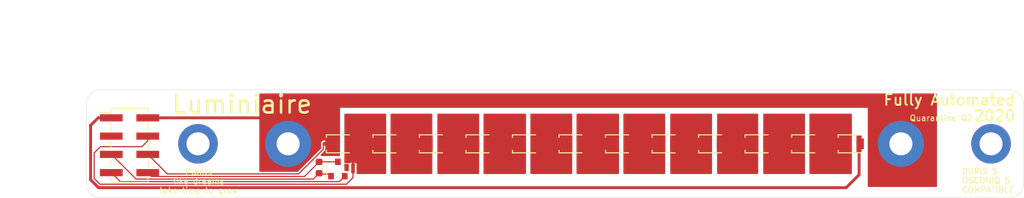
<source format=kicad_pcb>
(kicad_pcb (version 20171130) (host pcbnew 5.1.6)

  (general
    (thickness 1.6)
    (drawings 19)
    (tracks 42)
    (zones 0)
    (modules 22)
    (nets 19)
  )

  (page A4)
  (layers
    (0 F.Cu signal)
    (31 B.Cu signal)
    (32 B.Adhes user)
    (33 F.Adhes user)
    (34 B.Paste user)
    (35 F.Paste user)
    (36 B.SilkS user)
    (37 F.SilkS user)
    (38 B.Mask user hide)
    (39 F.Mask user)
    (40 Dwgs.User user)
    (41 Cmts.User user)
    (42 Eco1.User user)
    (43 Eco2.User user)
    (44 Edge.Cuts user)
    (45 Margin user)
    (46 B.CrtYd user)
    (47 F.CrtYd user)
    (48 B.Fab user)
    (49 F.Fab user hide)
  )

  (setup
    (last_trace_width 0.25)
    (user_trace_width 0.09)
    (user_trace_width 0.127)
    (user_trace_width 0.16)
    (user_trace_width 0.2)
    (user_trace_width 0.3)
    (user_trace_width 0.4)
    (user_trace_width 0.5)
    (user_trace_width 2)
    (trace_clearance 0.2)
    (zone_clearance 0.25)
    (zone_45_only no)
    (trace_min 0.09)
    (via_size 0.8)
    (via_drill 0.4)
    (via_min_size 0.4)
    (via_min_drill 0.3)
    (user_via 0.6 0.4)
    (uvia_size 0.3)
    (uvia_drill 0.1)
    (uvias_allowed no)
    (uvia_min_size 0.2)
    (uvia_min_drill 0.1)
    (edge_width 0.05)
    (segment_width 0.2)
    (pcb_text_width 0.3)
    (pcb_text_size 1.5 1.5)
    (mod_edge_width 0.12)
    (mod_text_size 1 1)
    (mod_text_width 0.15)
    (pad_size 1.524 1.524)
    (pad_drill 0.762)
    (pad_to_mask_clearance 0.051)
    (solder_mask_min_width 0.25)
    (aux_axis_origin 0 0)
    (visible_elements FFFFFF7F)
    (pcbplotparams
      (layerselection 0x010fc_ffffffff)
      (usegerberextensions false)
      (usegerberattributes false)
      (usegerberadvancedattributes false)
      (creategerberjobfile false)
      (excludeedgelayer true)
      (linewidth 0.100000)
      (plotframeref false)
      (viasonmask false)
      (mode 1)
      (useauxorigin false)
      (hpglpennumber 1)
      (hpglpenspeed 20)
      (hpglpendiameter 15.000000)
      (psnegative false)
      (psa4output false)
      (plotreference true)
      (plotvalue true)
      (plotinvisibletext false)
      (padsonsilk false)
      (subtractmaskfromsilk false)
      (outputformat 1)
      (mirror false)
      (drillshape 0)
      (scaleselection 1)
      (outputdirectory "gerber/"))
  )

  (net 0 "")
  (net 1 GND)
  (net 2 /Vtemp)
  (net 3 +3V3)
  (net 4 VDD)
  (net 5 /N1)
  (net 6 /N2)
  (net 7 /N3)
  (net 8 GNDA)
  (net 9 /MONITOR_N)
  (net 10 /MONITOR_P)
  (net 11 /N11)
  (net 12 /N10)
  (net 13 /N9)
  (net 14 /N8)
  (net 15 /N7)
  (net 16 /N6)
  (net 17 /N5)
  (net 18 /N4)

  (net_class Default "This is the default net class."
    (clearance 0.2)
    (trace_width 0.25)
    (via_dia 0.8)
    (via_drill 0.4)
    (uvia_dia 0.3)
    (uvia_drill 0.1)
    (add_net +3V3)
    (add_net /MONITOR_N)
    (add_net /MONITOR_P)
    (add_net /N1)
    (add_net /N10)
    (add_net /N11)
    (add_net /N2)
    (add_net /N3)
    (add_net /N4)
    (add_net /N5)
    (add_net /N6)
    (add_net /N7)
    (add_net /N8)
    (add_net /N9)
    (add_net /Vtemp)
    (add_net GND)
    (add_net GNDA)
    (add_net VDD)
  )

  (module Automated:LED_Osram_DURIS_S5_3x2.55x0.6mm (layer F.Cu) (tedit 5F26CB84) (tstamp 5E8DBC95)
    (at 121 85)
    (path /5E5C4033)
    (fp_text reference D12 (at 0 2.175) (layer F.SilkS) hide
      (effects (font (size 1 1) (thickness 0.15)))
    )
    (fp_text value LED_ALT (at 0 -0.5) (layer F.Fab)
      (effects (font (size 1 1) (thickness 0.15)))
    )
    (fp_line (start -1.5 1.275) (end 1.5 1.275) (layer F.CrtYd) (width 0.12))
    (fp_line (start 1.5 1.275) (end 1.5 -1.275) (layer F.CrtYd) (width 0.12))
    (fp_line (start 1.5 -1.275) (end -1.5 -1.275) (layer F.CrtYd) (width 0.12))
    (fp_line (start -1.5 -1.275) (end -1.5 1.275) (layer F.CrtYd) (width 0.12))
    (fp_line (start -1.7 -1.25) (end 1.5 -1.25) (layer F.SilkS) (width 0.15))
    (fp_line (start -1.7 1.25) (end 1.5 1.25) (layer F.SilkS) (width 0.15))
    (fp_line (start -1.7 1.25) (end -1.7 0.9) (layer F.SilkS) (width 0.15))
    (fp_line (start -1.7 -0.9) (end -1.7 -1.25) (layer F.SilkS) (width 0.15))
    (pad 2 smd rect (at 1.325 0.425) (size 0.95 0.5025) (layers F.Cu F.Paste F.Mask)
      (net 5 /N1))
    (pad 2 smd rect (at 1.175 0.65 180) (size 0.65 0.95) (layers F.Cu F.Paste F.Mask)
      (net 5 /N1))
    (pad 1 smd rect (at -1.15 -0.625) (size 0.7 0.95) (layers F.Cu F.Paste F.Mask)
      (net 1 GND))
    (pad 1 smd rect (at -1.3 -0.425) (size 1 0.55) (layers F.Cu F.Paste F.Mask)
      (net 1 GND))
    (pad 2 smd rect (at 1.175 -0.65 180) (size 0.65 0.95) (layers F.Cu F.Paste F.Mask)
      (net 5 /N1))
    (pad 2 smd rect (at 1.325 -0.425) (size 0.95 0.5025) (layers F.Cu F.Paste F.Mask)
      (net 5 /N1))
    (pad 1 smd rect (at -1.3 0.425) (size 1 0.55) (layers F.Cu F.Paste F.Mask)
      (net 1 GND))
    (pad 1 smd rect (at -1.15 0.625) (size 0.7 0.95) (layers F.Cu F.Paste F.Mask)
      (net 1 GND))
    (pad 1 smd rect (at -0.2 -0.625 180) (size 0.65 0.95) (layers F.Cu F.Paste F.Mask)
      (net 1 GND))
    (pad 1 smd rect (at -0.2 0.625) (size 0.65 0.95) (layers F.Cu F.Paste F.Mask)
      (net 1 GND))
    (pad 2 smd rect (at 1.345 0) (size 1.03 1.5) (layers F.Cu F.Mask)
      (net 5 /N1))
    (pad 2 smd rect (at 1.195 0) (size 0.73 2.3) (layers F.Cu F.Mask)
      (net 5 /N1))
    (pad 1 smd rect (at -0.71 0) (size 1.68 2.3) (layers F.Cu F.Mask)
      (net 1 GND))
    (pad 1 smd rect (at -0.86 0) (size 1.98 1.5) (layers F.Cu F.Mask)
      (net 1 GND))
    (model :AUTOMATEDDIR:/3D/LEDs/OSRAM_Duris_S5.wrl
      (at (xyz 0 0 0))
      (scale (xyz 1 1 1))
      (rotate (xyz 0 0 -90))
    )
  )

  (module NetTie:NetTie-2_SMD_Pad0.5mm (layer F.Cu) (tedit 5A1CF6D3) (tstamp 5E8DAA18)
    (at 119.5 85 180)
    (descr "Net tie, 2 pin, 0.5mm square SMD pads")
    (tags "net tie")
    (path /5E7EDC7C)
    (attr virtual)
    (fp_text reference NT2 (at 0 -1.2) (layer F.SilkS) hide
      (effects (font (size 1 1) (thickness 0.15)))
    )
    (fp_text value NONITOR_N (at 0 1.2) (layer F.Fab)
      (effects (font (size 1 1) (thickness 0.15)))
    )
    (fp_line (start -1 -0.5) (end -1 0.5) (layer F.CrtYd) (width 0.05))
    (fp_line (start -1 0.5) (end 1 0.5) (layer F.CrtYd) (width 0.05))
    (fp_line (start 1 0.5) (end 1 -0.5) (layer F.CrtYd) (width 0.05))
    (fp_line (start 1 -0.5) (end -1 -0.5) (layer F.CrtYd) (width 0.05))
    (fp_poly (pts (xy -0.5 -0.25) (xy 0.5 -0.25) (xy 0.5 0.25) (xy -0.5 0.25)) (layer F.Cu) (width 0))
    (pad 2 smd circle (at 0.5 0 180) (size 0.5 0.5) (layers F.Cu)
      (net 9 /MONITOR_N))
    (pad 1 smd circle (at -0.5 0 180) (size 0.5 0.5) (layers F.Cu)
      (net 1 GND))
  )

  (module MountingHole:MountingHole_3.2mm_M3_Pad (layer F.Cu) (tedit 56D1B4CB) (tstamp 5E8DA9C7)
    (at 114 85)
    (descr "Mounting Hole 3.2mm, M3")
    (tags "mounting hole 3.2mm m3")
    (path /5E5CB3FA)
    (attr virtual)
    (fp_text reference H2 (at 0 -4.2) (layer F.SilkS) hide
      (effects (font (size 1 1) (thickness 0.15)))
    )
    (fp_text value M3 (at 0 4.2) (layer F.Fab)
      (effects (font (size 1 1) (thickness 0.15)))
    )
    (fp_circle (center 0 0) (end 3.45 0) (layer F.CrtYd) (width 0.05))
    (fp_circle (center 0 0) (end 3.2 0) (layer Cmts.User) (width 0.15))
    (fp_text user %R (at 0.3 0) (layer F.Fab)
      (effects (font (size 1 1) (thickness 0.15)))
    )
    (pad 1 thru_hole circle (at 0 0) (size 6.4 6.4) (drill 3.2) (layers *.Cu *.Mask)
      (net 1 GND))
  )

  (module MountingHole:MountingHole_3.2mm_M3_Pad (layer F.Cu) (tedit 56D1B4CB) (tstamp 5E8DA9B7)
    (at 199 85)
    (descr "Mounting Hole 3.2mm, M3")
    (tags "mounting hole 3.2mm m3")
    (path /5E5CAE78)
    (attr virtual)
    (fp_text reference H1 (at 0 -4.2) (layer F.SilkS) hide
      (effects (font (size 1 1) (thickness 0.15)))
    )
    (fp_text value M3 (at 0 4.2) (layer F.Fab)
      (effects (font (size 1 1) (thickness 0.15)))
    )
    (fp_circle (center 0 0) (end 3.45 0) (layer F.CrtYd) (width 0.05))
    (fp_circle (center 0 0) (end 3.2 0) (layer Cmts.User) (width 0.15))
    (fp_text user %R (at 0.3 0) (layer F.Fab)
      (effects (font (size 1 1) (thickness 0.15)))
    )
    (pad 1 thru_hole circle (at 0 0) (size 6.4 6.4) (drill 3.2) (layers *.Cu *.Mask)
      (net 1 GND))
  )

  (module MountingHole:MountingHole_3.2mm_M3_ISO14580_Pad (layer F.Cu) (tedit 56D1B4CB) (tstamp 5E8DDA8F)
    (at 211.5 85)
    (descr "Mounting Hole 3.2mm, M3, ISO14580")
    (tags "mounting hole 3.2mm m3 iso14580")
    (path /5E93976F)
    (attr virtual)
    (fp_text reference H4 (at 0 -3.75) (layer F.SilkS) hide
      (effects (font (size 1 1) (thickness 0.15)))
    )
    (fp_text value M3 (at 0 3.75) (layer F.Fab)
      (effects (font (size 1 1) (thickness 0.15)))
    )
    (fp_circle (center 0 0) (end 3 0) (layer F.CrtYd) (width 0.05))
    (fp_circle (center 0 0) (end 2.75 0) (layer Cmts.User) (width 0.15))
    (fp_text user %R (at 0.3 0) (layer F.Fab)
      (effects (font (size 1 1) (thickness 0.15)))
    )
    (pad 1 thru_hole circle (at 0 0) (size 5.5 5.5) (drill 3.2) (layers *.Cu *.Mask))
  )

  (module MountingHole:MountingHole_3.2mm_M3_ISO14580_Pad (layer F.Cu) (tedit 56D1B4CB) (tstamp 5E8DDC66)
    (at 101.5 85)
    (descr "Mounting Hole 3.2mm, M3, ISO14580")
    (tags "mounting hole 3.2mm m3 iso14580")
    (path /5E938871)
    (attr virtual)
    (fp_text reference H3 (at 0 -3.75) (layer F.SilkS) hide
      (effects (font (size 1 1) (thickness 0.15)))
    )
    (fp_text value M3 (at 0 3.75) (layer F.Fab)
      (effects (font (size 1 1) (thickness 0.15)))
    )
    (fp_circle (center 0 0) (end 3 0) (layer F.CrtYd) (width 0.05))
    (fp_circle (center 0 0) (end 2.75 0) (layer Cmts.User) (width 0.15))
    (fp_text user %R (at 0.3 0) (layer F.Fab)
      (effects (font (size 1 1) (thickness 0.15)))
    )
    (pad 1 thru_hole circle (at 0 0) (size 5.5 5.5) (drill 3.2) (layers *.Cu *.Mask))
  )

  (module Package_TO_SOT_SMD:SOT-23 (layer F.Cu) (tedit 5A02FF57) (tstamp 5E8DDD00)
    (at 120.9 88.5 90)
    (descr "SOT-23, Standard")
    (tags SOT-23)
    (path /5E5B423A)
    (attr smd)
    (fp_text reference U1 (at 0 -2.5 90) (layer F.SilkS) hide
      (effects (font (size 1 1) (thickness 0.15)))
    )
    (fp_text value TMP23xDBZ (at 0 2.5 90) (layer F.Fab)
      (effects (font (size 1 1) (thickness 0.15)))
    )
    (fp_line (start 0.76 1.58) (end -0.7 1.58) (layer F.SilkS) (width 0.12))
    (fp_line (start 0.76 -1.58) (end -1.4 -1.58) (layer F.SilkS) (width 0.12))
    (fp_line (start -1.7 1.75) (end -1.7 -1.75) (layer F.CrtYd) (width 0.05))
    (fp_line (start 1.7 1.75) (end -1.7 1.75) (layer F.CrtYd) (width 0.05))
    (fp_line (start 1.7 -1.75) (end 1.7 1.75) (layer F.CrtYd) (width 0.05))
    (fp_line (start -1.7 -1.75) (end 1.7 -1.75) (layer F.CrtYd) (width 0.05))
    (fp_line (start 0.76 -1.58) (end 0.76 -0.65) (layer F.SilkS) (width 0.12))
    (fp_line (start 0.76 1.58) (end 0.76 0.65) (layer F.SilkS) (width 0.12))
    (fp_line (start -0.7 1.52) (end 0.7 1.52) (layer F.Fab) (width 0.1))
    (fp_line (start 0.7 -1.52) (end 0.7 1.52) (layer F.Fab) (width 0.1))
    (fp_line (start -0.7 -0.95) (end -0.15 -1.52) (layer F.Fab) (width 0.1))
    (fp_line (start -0.15 -1.52) (end 0.7 -1.52) (layer F.Fab) (width 0.1))
    (fp_line (start -0.7 -0.95) (end -0.7 1.5) (layer F.Fab) (width 0.1))
    (fp_text user %R (at 0 0) (layer F.Fab)
      (effects (font (size 0.5 0.5) (thickness 0.075)))
    )
    (pad 3 smd rect (at 1 0 90) (size 0.9 0.8) (layers F.Cu F.Paste F.Mask)
      (net 8 GNDA))
    (pad 2 smd rect (at -1 0.95 90) (size 0.9 0.8) (layers F.Cu F.Paste F.Mask)
      (net 2 /Vtemp))
    (pad 1 smd rect (at -1 -0.95 90) (size 0.9 0.8) (layers F.Cu F.Paste F.Mask)
      (net 3 +3V3))
    (model ${KISYS3DMOD}/Package_TO_SOT_SMD.3dshapes/SOT-23.wrl
      (at (xyz 0 0 0))
      (scale (xyz 1 1 1))
      (rotate (xyz 0 0 0))
    )
  )

  (module NetTie:NetTie-2_SMD_Pad0.5mm (layer F.Cu) (tedit 5A1CF6D3) (tstamp 5E8DAA0D)
    (at 123 88.4 270)
    (descr "Net tie, 2 pin, 0.5mm square SMD pads")
    (tags "net tie")
    (path /5E7ED995)
    (attr virtual)
    (fp_text reference NT1 (at 0 -1.2 90) (layer F.SilkS) hide
      (effects (font (size 1 1) (thickness 0.15)))
    )
    (fp_text value MONITOR_P (at 0 1.2 90) (layer F.Fab)
      (effects (font (size 1 1) (thickness 0.15)))
    )
    (fp_line (start -1 -0.5) (end -1 0.5) (layer F.CrtYd) (width 0.05))
    (fp_line (start -1 0.5) (end 1 0.5) (layer F.CrtYd) (width 0.05))
    (fp_line (start 1 0.5) (end 1 -0.5) (layer F.CrtYd) (width 0.05))
    (fp_line (start 1 -0.5) (end -1 -0.5) (layer F.CrtYd) (width 0.05))
    (fp_poly (pts (xy -0.5 -0.25) (xy 0.5 -0.25) (xy 0.5 0.25) (xy -0.5 0.25)) (layer F.Cu) (width 0))
    (pad 2 smd circle (at 0.5 0 270) (size 0.5 0.5) (layers F.Cu)
      (net 10 /MONITOR_P))
    (pad 1 smd circle (at -0.5 0 270) (size 0.5 0.5) (layers F.Cu)
      (net 5 /N1))
  )

  (module Connector_PinHeader_2.54mm:PinHeader_2x04_P2.54mm_Vertical_SMD (layer F.Cu) (tedit 59FED5CC) (tstamp 5E8DE0E8)
    (at 92 85.2)
    (descr "surface-mounted straight pin header, 2x04, 2.54mm pitch, double rows")
    (tags "Surface mounted pin header SMD 2x04 2.54mm double row")
    (path /5E89C2F5)
    (attr smd)
    (fp_text reference J1 (at 0 -6.14) (layer F.SilkS) hide
      (effects (font (size 1 1) (thickness 0.15)))
    )
    (fp_text value Luminiaire_Connector (at 0 6.14) (layer F.Fab)
      (effects (font (size 1 1) (thickness 0.15)))
    )
    (fp_line (start 5.9 -5.6) (end -5.9 -5.6) (layer F.CrtYd) (width 0.05))
    (fp_line (start 5.9 5.6) (end 5.9 -5.6) (layer F.CrtYd) (width 0.05))
    (fp_line (start -5.9 5.6) (end 5.9 5.6) (layer F.CrtYd) (width 0.05))
    (fp_line (start -5.9 -5.6) (end -5.9 5.6) (layer F.CrtYd) (width 0.05))
    (fp_line (start 2.6 2.03) (end 2.6 3.05) (layer F.SilkS) (width 0.12))
    (fp_line (start -2.6 2.03) (end -2.6 3.05) (layer F.SilkS) (width 0.12))
    (fp_line (start 2.6 -0.51) (end 2.6 0.51) (layer F.SilkS) (width 0.12))
    (fp_line (start -2.6 -0.51) (end -2.6 0.51) (layer F.SilkS) (width 0.12))
    (fp_line (start 2.6 -3.05) (end 2.6 -2.03) (layer F.SilkS) (width 0.12))
    (fp_line (start -2.6 -3.05) (end -2.6 -2.03) (layer F.SilkS) (width 0.12))
    (fp_line (start 2.6 4.57) (end 2.6 5.14) (layer F.SilkS) (width 0.12))
    (fp_line (start -2.6 4.57) (end -2.6 5.14) (layer F.SilkS) (width 0.12))
    (fp_line (start 2.6 -5.14) (end 2.6 -4.57) (layer F.SilkS) (width 0.12))
    (fp_line (start -2.6 -5.14) (end -2.6 -4.57) (layer F.SilkS) (width 0.12))
    (fp_line (start -4.04 -4.57) (end -2.6 -4.57) (layer F.SilkS) (width 0.12))
    (fp_line (start -2.6 5.14) (end 2.6 5.14) (layer F.SilkS) (width 0.12))
    (fp_line (start -2.6 -5.14) (end 2.6 -5.14) (layer F.SilkS) (width 0.12))
    (fp_line (start 3.6 4.13) (end 2.54 4.13) (layer F.Fab) (width 0.1))
    (fp_line (start 3.6 3.49) (end 3.6 4.13) (layer F.Fab) (width 0.1))
    (fp_line (start 2.54 3.49) (end 3.6 3.49) (layer F.Fab) (width 0.1))
    (fp_line (start -3.6 4.13) (end -2.54 4.13) (layer F.Fab) (width 0.1))
    (fp_line (start -3.6 3.49) (end -3.6 4.13) (layer F.Fab) (width 0.1))
    (fp_line (start -2.54 3.49) (end -3.6 3.49) (layer F.Fab) (width 0.1))
    (fp_line (start 3.6 1.59) (end 2.54 1.59) (layer F.Fab) (width 0.1))
    (fp_line (start 3.6 0.95) (end 3.6 1.59) (layer F.Fab) (width 0.1))
    (fp_line (start 2.54 0.95) (end 3.6 0.95) (layer F.Fab) (width 0.1))
    (fp_line (start -3.6 1.59) (end -2.54 1.59) (layer F.Fab) (width 0.1))
    (fp_line (start -3.6 0.95) (end -3.6 1.59) (layer F.Fab) (width 0.1))
    (fp_line (start -2.54 0.95) (end -3.6 0.95) (layer F.Fab) (width 0.1))
    (fp_line (start 3.6 -0.95) (end 2.54 -0.95) (layer F.Fab) (width 0.1))
    (fp_line (start 3.6 -1.59) (end 3.6 -0.95) (layer F.Fab) (width 0.1))
    (fp_line (start 2.54 -1.59) (end 3.6 -1.59) (layer F.Fab) (width 0.1))
    (fp_line (start -3.6 -0.95) (end -2.54 -0.95) (layer F.Fab) (width 0.1))
    (fp_line (start -3.6 -1.59) (end -3.6 -0.95) (layer F.Fab) (width 0.1))
    (fp_line (start -2.54 -1.59) (end -3.6 -1.59) (layer F.Fab) (width 0.1))
    (fp_line (start 3.6 -3.49) (end 2.54 -3.49) (layer F.Fab) (width 0.1))
    (fp_line (start 3.6 -4.13) (end 3.6 -3.49) (layer F.Fab) (width 0.1))
    (fp_line (start 2.54 -4.13) (end 3.6 -4.13) (layer F.Fab) (width 0.1))
    (fp_line (start -3.6 -3.49) (end -2.54 -3.49) (layer F.Fab) (width 0.1))
    (fp_line (start -3.6 -4.13) (end -3.6 -3.49) (layer F.Fab) (width 0.1))
    (fp_line (start -2.54 -4.13) (end -3.6 -4.13) (layer F.Fab) (width 0.1))
    (fp_line (start 2.54 -5.08) (end 2.54 5.08) (layer F.Fab) (width 0.1))
    (fp_line (start -2.54 -4.13) (end -1.59 -5.08) (layer F.Fab) (width 0.1))
    (fp_line (start -2.54 5.08) (end -2.54 -4.13) (layer F.Fab) (width 0.1))
    (fp_line (start -1.59 -5.08) (end 2.54 -5.08) (layer F.Fab) (width 0.1))
    (fp_line (start 2.54 5.08) (end -2.54 5.08) (layer F.Fab) (width 0.1))
    (fp_text user %R (at 0 0 90) (layer F.Fab)
      (effects (font (size 1 1) (thickness 0.15)))
    )
    (pad 8 smd rect (at 2.525 3.81) (size 3.15 1) (layers F.Cu F.Paste F.Mask)
      (net 8 GNDA))
    (pad 7 smd rect (at -2.525 3.81) (size 3.15 1) (layers F.Cu F.Paste F.Mask)
      (net 2 /Vtemp))
    (pad 6 smd rect (at 2.525 1.27) (size 3.15 1) (layers F.Cu F.Paste F.Mask)
      (net 9 /MONITOR_N))
    (pad 5 smd rect (at -2.525 1.27) (size 3.15 1) (layers F.Cu F.Paste F.Mask)
      (net 3 +3V3))
    (pad 4 smd rect (at 2.525 -1.27) (size 3.15 1) (layers F.Cu F.Paste F.Mask)
      (net 10 /MONITOR_P))
    (pad 3 smd rect (at -2.525 -1.27) (size 3.15 1) (layers F.Cu F.Paste F.Mask))
    (pad 2 smd rect (at 2.525 -3.81) (size 3.15 1) (layers F.Cu F.Paste F.Mask)
      (net 1 GND))
    (pad 1 smd rect (at -2.525 -3.81) (size 3.15 1) (layers F.Cu F.Paste F.Mask)
      (net 4 VDD))
    (model ${KISYS3DMOD}/Connector_PinHeader_2.54mm.3dshapes/PinHeader_2x04_P2.54mm_Vertical_SMD.wrl
      (at (xyz 0 0 0))
      (scale (xyz 1 1 1))
      (rotate (xyz 0 0 0))
    )
  )

  (module Automated:LED_Osram_DURIS_S5_3x2.55x0.6mm (layer F.Cu) (tedit 5F26CB84) (tstamp 5E8DBCE0)
    (at 127.454545 85)
    (path /5E5C39F6)
    (fp_text reference D11 (at 0 2.175) (layer F.SilkS) hide
      (effects (font (size 1 1) (thickness 0.15)))
    )
    (fp_text value LED_ALT (at 0 -0.5) (layer F.Fab)
      (effects (font (size 1 1) (thickness 0.15)))
    )
    (fp_line (start -1.5 1.275) (end 1.5 1.275) (layer F.CrtYd) (width 0.12))
    (fp_line (start 1.5 1.275) (end 1.5 -1.275) (layer F.CrtYd) (width 0.12))
    (fp_line (start 1.5 -1.275) (end -1.5 -1.275) (layer F.CrtYd) (width 0.12))
    (fp_line (start -1.5 -1.275) (end -1.5 1.275) (layer F.CrtYd) (width 0.12))
    (fp_line (start -1.7 -1.25) (end 1.5 -1.25) (layer F.SilkS) (width 0.15))
    (fp_line (start -1.7 1.25) (end 1.5 1.25) (layer F.SilkS) (width 0.15))
    (fp_line (start -1.7 1.25) (end -1.7 0.9) (layer F.SilkS) (width 0.15))
    (fp_line (start -1.7 -0.9) (end -1.7 -1.25) (layer F.SilkS) (width 0.15))
    (pad 2 smd rect (at 1.325 0.425) (size 0.95 0.5025) (layers F.Cu F.Paste F.Mask)
      (net 6 /N2))
    (pad 2 smd rect (at 1.175 0.65 180) (size 0.65 0.95) (layers F.Cu F.Paste F.Mask)
      (net 6 /N2))
    (pad 1 smd rect (at -1.15 -0.625) (size 0.7 0.95) (layers F.Cu F.Paste F.Mask)
      (net 5 /N1))
    (pad 1 smd rect (at -1.3 -0.425) (size 1 0.55) (layers F.Cu F.Paste F.Mask)
      (net 5 /N1))
    (pad 2 smd rect (at 1.175 -0.65 180) (size 0.65 0.95) (layers F.Cu F.Paste F.Mask)
      (net 6 /N2))
    (pad 2 smd rect (at 1.325 -0.425) (size 0.95 0.5025) (layers F.Cu F.Paste F.Mask)
      (net 6 /N2))
    (pad 1 smd rect (at -1.3 0.425) (size 1 0.55) (layers F.Cu F.Paste F.Mask)
      (net 5 /N1))
    (pad 1 smd rect (at -1.15 0.625) (size 0.7 0.95) (layers F.Cu F.Paste F.Mask)
      (net 5 /N1))
    (pad 1 smd rect (at -0.2 -0.625 180) (size 0.65 0.95) (layers F.Cu F.Paste F.Mask)
      (net 5 /N1))
    (pad 1 smd rect (at -0.2 0.625) (size 0.65 0.95) (layers F.Cu F.Paste F.Mask)
      (net 5 /N1))
    (pad 2 smd rect (at 1.345 0) (size 1.03 1.5) (layers F.Cu F.Mask)
      (net 6 /N2))
    (pad 2 smd rect (at 1.195 0) (size 0.73 2.3) (layers F.Cu F.Mask)
      (net 6 /N2))
    (pad 1 smd rect (at -0.71 0) (size 1.68 2.3) (layers F.Cu F.Mask)
      (net 5 /N1))
    (pad 1 smd rect (at -0.86 0) (size 1.98 1.5) (layers F.Cu F.Mask)
      (net 5 /N1))
    (model :AUTOMATEDDIR:/3D/LEDs/OSRAM_Duris_S5.wrl
      (at (xyz 0 0 0))
      (scale (xyz 1 1 1))
      (rotate (xyz 0 0 -90))
    )
  )

  (module Automated:LED_Osram_DURIS_S5_3x2.55x0.6mm (layer F.Cu) (tedit 5F26CB84) (tstamp 5E8DBD2B)
    (at 133.90909 85)
    (path /5E5C34E2)
    (fp_text reference D10 (at 0 2.175) (layer F.SilkS) hide
      (effects (font (size 1 1) (thickness 0.15)))
    )
    (fp_text value LED_ALT (at 0 -0.5) (layer F.Fab)
      (effects (font (size 1 1) (thickness 0.15)))
    )
    (fp_line (start -1.5 1.275) (end 1.5 1.275) (layer F.CrtYd) (width 0.12))
    (fp_line (start 1.5 1.275) (end 1.5 -1.275) (layer F.CrtYd) (width 0.12))
    (fp_line (start 1.5 -1.275) (end -1.5 -1.275) (layer F.CrtYd) (width 0.12))
    (fp_line (start -1.5 -1.275) (end -1.5 1.275) (layer F.CrtYd) (width 0.12))
    (fp_line (start -1.7 -1.25) (end 1.5 -1.25) (layer F.SilkS) (width 0.15))
    (fp_line (start -1.7 1.25) (end 1.5 1.25) (layer F.SilkS) (width 0.15))
    (fp_line (start -1.7 1.25) (end -1.7 0.9) (layer F.SilkS) (width 0.15))
    (fp_line (start -1.7 -0.9) (end -1.7 -1.25) (layer F.SilkS) (width 0.15))
    (pad 2 smd rect (at 1.325 0.425) (size 0.95 0.5025) (layers F.Cu F.Paste F.Mask)
      (net 7 /N3))
    (pad 2 smd rect (at 1.175 0.65 180) (size 0.65 0.95) (layers F.Cu F.Paste F.Mask)
      (net 7 /N3))
    (pad 1 smd rect (at -1.15 -0.625) (size 0.7 0.95) (layers F.Cu F.Paste F.Mask)
      (net 6 /N2))
    (pad 1 smd rect (at -1.3 -0.425) (size 1 0.55) (layers F.Cu F.Paste F.Mask)
      (net 6 /N2))
    (pad 2 smd rect (at 1.175 -0.65 180) (size 0.65 0.95) (layers F.Cu F.Paste F.Mask)
      (net 7 /N3))
    (pad 2 smd rect (at 1.325 -0.425) (size 0.95 0.5025) (layers F.Cu F.Paste F.Mask)
      (net 7 /N3))
    (pad 1 smd rect (at -1.3 0.425) (size 1 0.55) (layers F.Cu F.Paste F.Mask)
      (net 6 /N2))
    (pad 1 smd rect (at -1.15 0.625) (size 0.7 0.95) (layers F.Cu F.Paste F.Mask)
      (net 6 /N2))
    (pad 1 smd rect (at -0.2 -0.625 180) (size 0.65 0.95) (layers F.Cu F.Paste F.Mask)
      (net 6 /N2))
    (pad 1 smd rect (at -0.2 0.625) (size 0.65 0.95) (layers F.Cu F.Paste F.Mask)
      (net 6 /N2))
    (pad 2 smd rect (at 1.345 0) (size 1.03 1.5) (layers F.Cu F.Mask)
      (net 7 /N3))
    (pad 2 smd rect (at 1.195 0) (size 0.73 2.3) (layers F.Cu F.Mask)
      (net 7 /N3))
    (pad 1 smd rect (at -0.71 0) (size 1.68 2.3) (layers F.Cu F.Mask)
      (net 6 /N2))
    (pad 1 smd rect (at -0.86 0) (size 1.98 1.5) (layers F.Cu F.Mask)
      (net 6 /N2))
    (model :AUTOMATEDDIR:/3D/LEDs/OSRAM_Duris_S5.wrl
      (at (xyz 0 0 0))
      (scale (xyz 1 1 1))
      (rotate (xyz 0 0 -90))
    )
  )

  (module Automated:LED_Osram_DURIS_S5_3x2.55x0.6mm (layer F.Cu) (tedit 5F26CB84) (tstamp 5E8DBEED)
    (at 140.363635 85)
    (path /5E8FF3AE)
    (fp_text reference D9 (at 0 2.175) (layer F.SilkS) hide
      (effects (font (size 1 1) (thickness 0.15)))
    )
    (fp_text value LED_ALT (at 0 -0.5) (layer F.Fab)
      (effects (font (size 1 1) (thickness 0.15)))
    )
    (fp_line (start -1.5 1.275) (end 1.5 1.275) (layer F.CrtYd) (width 0.12))
    (fp_line (start 1.5 1.275) (end 1.5 -1.275) (layer F.CrtYd) (width 0.12))
    (fp_line (start 1.5 -1.275) (end -1.5 -1.275) (layer F.CrtYd) (width 0.12))
    (fp_line (start -1.5 -1.275) (end -1.5 1.275) (layer F.CrtYd) (width 0.12))
    (fp_line (start -1.7 -1.25) (end 1.5 -1.25) (layer F.SilkS) (width 0.15))
    (fp_line (start -1.7 1.25) (end 1.5 1.25) (layer F.SilkS) (width 0.15))
    (fp_line (start -1.7 1.25) (end -1.7 0.9) (layer F.SilkS) (width 0.15))
    (fp_line (start -1.7 -0.9) (end -1.7 -1.25) (layer F.SilkS) (width 0.15))
    (pad 2 smd rect (at 1.325 0.425) (size 0.95 0.5025) (layers F.Cu F.Paste F.Mask)
      (net 18 /N4))
    (pad 2 smd rect (at 1.175 0.65 180) (size 0.65 0.95) (layers F.Cu F.Paste F.Mask)
      (net 18 /N4))
    (pad 1 smd rect (at -1.15 -0.625) (size 0.7 0.95) (layers F.Cu F.Paste F.Mask)
      (net 7 /N3))
    (pad 1 smd rect (at -1.3 -0.425) (size 1 0.55) (layers F.Cu F.Paste F.Mask)
      (net 7 /N3))
    (pad 2 smd rect (at 1.175 -0.65 180) (size 0.65 0.95) (layers F.Cu F.Paste F.Mask)
      (net 18 /N4))
    (pad 2 smd rect (at 1.325 -0.425) (size 0.95 0.5025) (layers F.Cu F.Paste F.Mask)
      (net 18 /N4))
    (pad 1 smd rect (at -1.3 0.425) (size 1 0.55) (layers F.Cu F.Paste F.Mask)
      (net 7 /N3))
    (pad 1 smd rect (at -1.15 0.625) (size 0.7 0.95) (layers F.Cu F.Paste F.Mask)
      (net 7 /N3))
    (pad 1 smd rect (at -0.2 -0.625 180) (size 0.65 0.95) (layers F.Cu F.Paste F.Mask)
      (net 7 /N3))
    (pad 1 smd rect (at -0.2 0.625) (size 0.65 0.95) (layers F.Cu F.Paste F.Mask)
      (net 7 /N3))
    (pad 2 smd rect (at 1.345 0) (size 1.03 1.5) (layers F.Cu F.Mask)
      (net 18 /N4))
    (pad 2 smd rect (at 1.195 0) (size 0.73 2.3) (layers F.Cu F.Mask)
      (net 18 /N4))
    (pad 1 smd rect (at -0.71 0) (size 1.68 2.3) (layers F.Cu F.Mask)
      (net 7 /N3))
    (pad 1 smd rect (at -0.86 0) (size 1.98 1.5) (layers F.Cu F.Mask)
      (net 7 /N3))
    (model :AUTOMATEDDIR:/3D/LEDs/OSRAM_Duris_S5.wrl
      (at (xyz 0 0 0))
      (scale (xyz 1 1 1))
      (rotate (xyz 0 0 -90))
    )
  )

  (module Automated:LED_Osram_DURIS_S5_3x2.55x0.6mm (layer F.Cu) (tedit 5F26CB84) (tstamp 5E8DBEA2)
    (at 146.81818 85)
    (path /5E8FE4DB)
    (fp_text reference D8 (at 0 2.175) (layer F.SilkS) hide
      (effects (font (size 1 1) (thickness 0.15)))
    )
    (fp_text value LED_ALT (at 0 -0.5) (layer F.Fab)
      (effects (font (size 1 1) (thickness 0.15)))
    )
    (fp_line (start -1.5 1.275) (end 1.5 1.275) (layer F.CrtYd) (width 0.12))
    (fp_line (start 1.5 1.275) (end 1.5 -1.275) (layer F.CrtYd) (width 0.12))
    (fp_line (start 1.5 -1.275) (end -1.5 -1.275) (layer F.CrtYd) (width 0.12))
    (fp_line (start -1.5 -1.275) (end -1.5 1.275) (layer F.CrtYd) (width 0.12))
    (fp_line (start -1.7 -1.25) (end 1.5 -1.25) (layer F.SilkS) (width 0.15))
    (fp_line (start -1.7 1.25) (end 1.5 1.25) (layer F.SilkS) (width 0.15))
    (fp_line (start -1.7 1.25) (end -1.7 0.9) (layer F.SilkS) (width 0.15))
    (fp_line (start -1.7 -0.9) (end -1.7 -1.25) (layer F.SilkS) (width 0.15))
    (pad 2 smd rect (at 1.325 0.425) (size 0.95 0.5025) (layers F.Cu F.Paste F.Mask)
      (net 17 /N5))
    (pad 2 smd rect (at 1.175 0.65 180) (size 0.65 0.95) (layers F.Cu F.Paste F.Mask)
      (net 17 /N5))
    (pad 1 smd rect (at -1.15 -0.625) (size 0.7 0.95) (layers F.Cu F.Paste F.Mask)
      (net 18 /N4))
    (pad 1 smd rect (at -1.3 -0.425) (size 1 0.55) (layers F.Cu F.Paste F.Mask)
      (net 18 /N4))
    (pad 2 smd rect (at 1.175 -0.65 180) (size 0.65 0.95) (layers F.Cu F.Paste F.Mask)
      (net 17 /N5))
    (pad 2 smd rect (at 1.325 -0.425) (size 0.95 0.5025) (layers F.Cu F.Paste F.Mask)
      (net 17 /N5))
    (pad 1 smd rect (at -1.3 0.425) (size 1 0.55) (layers F.Cu F.Paste F.Mask)
      (net 18 /N4))
    (pad 1 smd rect (at -1.15 0.625) (size 0.7 0.95) (layers F.Cu F.Paste F.Mask)
      (net 18 /N4))
    (pad 1 smd rect (at -0.2 -0.625 180) (size 0.65 0.95) (layers F.Cu F.Paste F.Mask)
      (net 18 /N4))
    (pad 1 smd rect (at -0.2 0.625) (size 0.65 0.95) (layers F.Cu F.Paste F.Mask)
      (net 18 /N4))
    (pad 2 smd rect (at 1.345 0) (size 1.03 1.5) (layers F.Cu F.Mask)
      (net 17 /N5))
    (pad 2 smd rect (at 1.195 0) (size 0.73 2.3) (layers F.Cu F.Mask)
      (net 17 /N5))
    (pad 1 smd rect (at -0.71 0) (size 1.68 2.3) (layers F.Cu F.Mask)
      (net 18 /N4))
    (pad 1 smd rect (at -0.86 0) (size 1.98 1.5) (layers F.Cu F.Mask)
      (net 18 /N4))
    (model :AUTOMATEDDIR:/3D/LEDs/OSRAM_Duris_S5.wrl
      (at (xyz 0 0 0))
      (scale (xyz 1 1 1))
      (rotate (xyz 0 0 -90))
    )
  )

  (module Automated:LED_Osram_DURIS_S5_3x2.55x0.6mm (layer F.Cu) (tedit 5F26CB84) (tstamp 5E8DBD76)
    (at 153.272725 85)
    (path /5E8F201B)
    (fp_text reference D7 (at 0 2.175) (layer F.SilkS) hide
      (effects (font (size 1 1) (thickness 0.15)))
    )
    (fp_text value LED_ALT (at 0 -0.5) (layer F.Fab)
      (effects (font (size 1 1) (thickness 0.15)))
    )
    (fp_line (start -1.5 1.275) (end 1.5 1.275) (layer F.CrtYd) (width 0.12))
    (fp_line (start 1.5 1.275) (end 1.5 -1.275) (layer F.CrtYd) (width 0.12))
    (fp_line (start 1.5 -1.275) (end -1.5 -1.275) (layer F.CrtYd) (width 0.12))
    (fp_line (start -1.5 -1.275) (end -1.5 1.275) (layer F.CrtYd) (width 0.12))
    (fp_line (start -1.7 -1.25) (end 1.5 -1.25) (layer F.SilkS) (width 0.15))
    (fp_line (start -1.7 1.25) (end 1.5 1.25) (layer F.SilkS) (width 0.15))
    (fp_line (start -1.7 1.25) (end -1.7 0.9) (layer F.SilkS) (width 0.15))
    (fp_line (start -1.7 -0.9) (end -1.7 -1.25) (layer F.SilkS) (width 0.15))
    (pad 2 smd rect (at 1.325 0.425) (size 0.95 0.5025) (layers F.Cu F.Paste F.Mask)
      (net 16 /N6))
    (pad 2 smd rect (at 1.175 0.65 180) (size 0.65 0.95) (layers F.Cu F.Paste F.Mask)
      (net 16 /N6))
    (pad 1 smd rect (at -1.15 -0.625) (size 0.7 0.95) (layers F.Cu F.Paste F.Mask)
      (net 17 /N5))
    (pad 1 smd rect (at -1.3 -0.425) (size 1 0.55) (layers F.Cu F.Paste F.Mask)
      (net 17 /N5))
    (pad 2 smd rect (at 1.175 -0.65 180) (size 0.65 0.95) (layers F.Cu F.Paste F.Mask)
      (net 16 /N6))
    (pad 2 smd rect (at 1.325 -0.425) (size 0.95 0.5025) (layers F.Cu F.Paste F.Mask)
      (net 16 /N6))
    (pad 1 smd rect (at -1.3 0.425) (size 1 0.55) (layers F.Cu F.Paste F.Mask)
      (net 17 /N5))
    (pad 1 smd rect (at -1.15 0.625) (size 0.7 0.95) (layers F.Cu F.Paste F.Mask)
      (net 17 /N5))
    (pad 1 smd rect (at -0.2 -0.625 180) (size 0.65 0.95) (layers F.Cu F.Paste F.Mask)
      (net 17 /N5))
    (pad 1 smd rect (at -0.2 0.625) (size 0.65 0.95) (layers F.Cu F.Paste F.Mask)
      (net 17 /N5))
    (pad 2 smd rect (at 1.345 0) (size 1.03 1.5) (layers F.Cu F.Mask)
      (net 16 /N6))
    (pad 2 smd rect (at 1.195 0) (size 0.73 2.3) (layers F.Cu F.Mask)
      (net 16 /N6))
    (pad 1 smd rect (at -0.71 0) (size 1.68 2.3) (layers F.Cu F.Mask)
      (net 17 /N5))
    (pad 1 smd rect (at -0.86 0) (size 1.98 1.5) (layers F.Cu F.Mask)
      (net 17 /N5))
    (model :AUTOMATEDDIR:/3D/LEDs/OSRAM_Duris_S5.wrl
      (at (xyz 0 0 0))
      (scale (xyz 1 1 1))
      (rotate (xyz 0 0 -90))
    )
  )

  (module Automated:LED_Osram_DURIS_S5_3x2.55x0.6mm (layer F.Cu) (tedit 5F26CB84) (tstamp 5E8DBDC1)
    (at 159.72727 85)
    (path /5E8F1BBC)
    (fp_text reference D6 (at 0 2.175) (layer F.SilkS) hide
      (effects (font (size 1 1) (thickness 0.15)))
    )
    (fp_text value LED_ALT (at 0 -0.5) (layer F.Fab)
      (effects (font (size 1 1) (thickness 0.15)))
    )
    (fp_line (start -1.5 1.275) (end 1.5 1.275) (layer F.CrtYd) (width 0.12))
    (fp_line (start 1.5 1.275) (end 1.5 -1.275) (layer F.CrtYd) (width 0.12))
    (fp_line (start 1.5 -1.275) (end -1.5 -1.275) (layer F.CrtYd) (width 0.12))
    (fp_line (start -1.5 -1.275) (end -1.5 1.275) (layer F.CrtYd) (width 0.12))
    (fp_line (start -1.7 -1.25) (end 1.5 -1.25) (layer F.SilkS) (width 0.15))
    (fp_line (start -1.7 1.25) (end 1.5 1.25) (layer F.SilkS) (width 0.15))
    (fp_line (start -1.7 1.25) (end -1.7 0.9) (layer F.SilkS) (width 0.15))
    (fp_line (start -1.7 -0.9) (end -1.7 -1.25) (layer F.SilkS) (width 0.15))
    (pad 2 smd rect (at 1.325 0.425) (size 0.95 0.5025) (layers F.Cu F.Paste F.Mask)
      (net 15 /N7))
    (pad 2 smd rect (at 1.175 0.65 180) (size 0.65 0.95) (layers F.Cu F.Paste F.Mask)
      (net 15 /N7))
    (pad 1 smd rect (at -1.15 -0.625) (size 0.7 0.95) (layers F.Cu F.Paste F.Mask)
      (net 16 /N6))
    (pad 1 smd rect (at -1.3 -0.425) (size 1 0.55) (layers F.Cu F.Paste F.Mask)
      (net 16 /N6))
    (pad 2 smd rect (at 1.175 -0.65 180) (size 0.65 0.95) (layers F.Cu F.Paste F.Mask)
      (net 15 /N7))
    (pad 2 smd rect (at 1.325 -0.425) (size 0.95 0.5025) (layers F.Cu F.Paste F.Mask)
      (net 15 /N7))
    (pad 1 smd rect (at -1.3 0.425) (size 1 0.55) (layers F.Cu F.Paste F.Mask)
      (net 16 /N6))
    (pad 1 smd rect (at -1.15 0.625) (size 0.7 0.95) (layers F.Cu F.Paste F.Mask)
      (net 16 /N6))
    (pad 1 smd rect (at -0.2 -0.625 180) (size 0.65 0.95) (layers F.Cu F.Paste F.Mask)
      (net 16 /N6))
    (pad 1 smd rect (at -0.2 0.625) (size 0.65 0.95) (layers F.Cu F.Paste F.Mask)
      (net 16 /N6))
    (pad 2 smd rect (at 1.345 0) (size 1.03 1.5) (layers F.Cu F.Mask)
      (net 15 /N7))
    (pad 2 smd rect (at 1.195 0) (size 0.73 2.3) (layers F.Cu F.Mask)
      (net 15 /N7))
    (pad 1 smd rect (at -0.71 0) (size 1.68 2.3) (layers F.Cu F.Mask)
      (net 16 /N6))
    (pad 1 smd rect (at -0.86 0) (size 1.98 1.5) (layers F.Cu F.Mask)
      (net 16 /N6))
    (model :AUTOMATEDDIR:/3D/LEDs/OSRAM_Duris_S5.wrl
      (at (xyz 0 0 0))
      (scale (xyz 1 1 1))
      (rotate (xyz 0 0 -90))
    )
  )

  (module Automated:LED_Osram_DURIS_S5_3x2.55x0.6mm (layer F.Cu) (tedit 5F26CB84) (tstamp 5E8DBE0C)
    (at 166.181815 85)
    (path /5E8F168F)
    (fp_text reference D5 (at 0 2.175) (layer F.SilkS) hide
      (effects (font (size 1 1) (thickness 0.15)))
    )
    (fp_text value LED_ALT (at 0 -0.5) (layer F.Fab)
      (effects (font (size 1 1) (thickness 0.15)))
    )
    (fp_line (start -1.5 1.275) (end 1.5 1.275) (layer F.CrtYd) (width 0.12))
    (fp_line (start 1.5 1.275) (end 1.5 -1.275) (layer F.CrtYd) (width 0.12))
    (fp_line (start 1.5 -1.275) (end -1.5 -1.275) (layer F.CrtYd) (width 0.12))
    (fp_line (start -1.5 -1.275) (end -1.5 1.275) (layer F.CrtYd) (width 0.12))
    (fp_line (start -1.7 -1.25) (end 1.5 -1.25) (layer F.SilkS) (width 0.15))
    (fp_line (start -1.7 1.25) (end 1.5 1.25) (layer F.SilkS) (width 0.15))
    (fp_line (start -1.7 1.25) (end -1.7 0.9) (layer F.SilkS) (width 0.15))
    (fp_line (start -1.7 -0.9) (end -1.7 -1.25) (layer F.SilkS) (width 0.15))
    (pad 2 smd rect (at 1.325 0.425) (size 0.95 0.5025) (layers F.Cu F.Paste F.Mask)
      (net 14 /N8))
    (pad 2 smd rect (at 1.175 0.65 180) (size 0.65 0.95) (layers F.Cu F.Paste F.Mask)
      (net 14 /N8))
    (pad 1 smd rect (at -1.15 -0.625) (size 0.7 0.95) (layers F.Cu F.Paste F.Mask)
      (net 15 /N7))
    (pad 1 smd rect (at -1.3 -0.425) (size 1 0.55) (layers F.Cu F.Paste F.Mask)
      (net 15 /N7))
    (pad 2 smd rect (at 1.175 -0.65 180) (size 0.65 0.95) (layers F.Cu F.Paste F.Mask)
      (net 14 /N8))
    (pad 2 smd rect (at 1.325 -0.425) (size 0.95 0.5025) (layers F.Cu F.Paste F.Mask)
      (net 14 /N8))
    (pad 1 smd rect (at -1.3 0.425) (size 1 0.55) (layers F.Cu F.Paste F.Mask)
      (net 15 /N7))
    (pad 1 smd rect (at -1.15 0.625) (size 0.7 0.95) (layers F.Cu F.Paste F.Mask)
      (net 15 /N7))
    (pad 1 smd rect (at -0.2 -0.625 180) (size 0.65 0.95) (layers F.Cu F.Paste F.Mask)
      (net 15 /N7))
    (pad 1 smd rect (at -0.2 0.625) (size 0.65 0.95) (layers F.Cu F.Paste F.Mask)
      (net 15 /N7))
    (pad 2 smd rect (at 1.345 0) (size 1.03 1.5) (layers F.Cu F.Mask)
      (net 14 /N8))
    (pad 2 smd rect (at 1.195 0) (size 0.73 2.3) (layers F.Cu F.Mask)
      (net 14 /N8))
    (pad 1 smd rect (at -0.71 0) (size 1.68 2.3) (layers F.Cu F.Mask)
      (net 15 /N7))
    (pad 1 smd rect (at -0.86 0) (size 1.98 1.5) (layers F.Cu F.Mask)
      (net 15 /N7))
    (model :AUTOMATEDDIR:/3D/LEDs/OSRAM_Duris_S5.wrl
      (at (xyz 0 0 0))
      (scale (xyz 1 1 1))
      (rotate (xyz 0 0 -90))
    )
  )

  (module Automated:LED_Osram_DURIS_S5_3x2.55x0.6mm (layer F.Cu) (tedit 5F26CB84) (tstamp 5E8DBF38)
    (at 172.63636 85)
    (path /5E8F0912)
    (fp_text reference D4 (at 0 2.175) (layer F.SilkS) hide
      (effects (font (size 1 1) (thickness 0.15)))
    )
    (fp_text value LED_ALT (at 0 -0.5) (layer F.Fab)
      (effects (font (size 1 1) (thickness 0.15)))
    )
    (fp_line (start -1.5 1.275) (end 1.5 1.275) (layer F.CrtYd) (width 0.12))
    (fp_line (start 1.5 1.275) (end 1.5 -1.275) (layer F.CrtYd) (width 0.12))
    (fp_line (start 1.5 -1.275) (end -1.5 -1.275) (layer F.CrtYd) (width 0.12))
    (fp_line (start -1.5 -1.275) (end -1.5 1.275) (layer F.CrtYd) (width 0.12))
    (fp_line (start -1.7 -1.25) (end 1.5 -1.25) (layer F.SilkS) (width 0.15))
    (fp_line (start -1.7 1.25) (end 1.5 1.25) (layer F.SilkS) (width 0.15))
    (fp_line (start -1.7 1.25) (end -1.7 0.9) (layer F.SilkS) (width 0.15))
    (fp_line (start -1.7 -0.9) (end -1.7 -1.25) (layer F.SilkS) (width 0.15))
    (pad 2 smd rect (at 1.325 0.425) (size 0.95 0.5025) (layers F.Cu F.Paste F.Mask)
      (net 13 /N9))
    (pad 2 smd rect (at 1.175 0.65 180) (size 0.65 0.95) (layers F.Cu F.Paste F.Mask)
      (net 13 /N9))
    (pad 1 smd rect (at -1.15 -0.625) (size 0.7 0.95) (layers F.Cu F.Paste F.Mask)
      (net 14 /N8))
    (pad 1 smd rect (at -1.3 -0.425) (size 1 0.55) (layers F.Cu F.Paste F.Mask)
      (net 14 /N8))
    (pad 2 smd rect (at 1.175 -0.65 180) (size 0.65 0.95) (layers F.Cu F.Paste F.Mask)
      (net 13 /N9))
    (pad 2 smd rect (at 1.325 -0.425) (size 0.95 0.5025) (layers F.Cu F.Paste F.Mask)
      (net 13 /N9))
    (pad 1 smd rect (at -1.3 0.425) (size 1 0.55) (layers F.Cu F.Paste F.Mask)
      (net 14 /N8))
    (pad 1 smd rect (at -1.15 0.625) (size 0.7 0.95) (layers F.Cu F.Paste F.Mask)
      (net 14 /N8))
    (pad 1 smd rect (at -0.2 -0.625 180) (size 0.65 0.95) (layers F.Cu F.Paste F.Mask)
      (net 14 /N8))
    (pad 1 smd rect (at -0.2 0.625) (size 0.65 0.95) (layers F.Cu F.Paste F.Mask)
      (net 14 /N8))
    (pad 2 smd rect (at 1.345 0) (size 1.03 1.5) (layers F.Cu F.Mask)
      (net 13 /N9))
    (pad 2 smd rect (at 1.195 0) (size 0.73 2.3) (layers F.Cu F.Mask)
      (net 13 /N9))
    (pad 1 smd rect (at -0.71 0) (size 1.68 2.3) (layers F.Cu F.Mask)
      (net 14 /N8))
    (pad 1 smd rect (at -0.86 0) (size 1.98 1.5) (layers F.Cu F.Mask)
      (net 14 /N8))
    (model :AUTOMATEDDIR:/3D/LEDs/OSRAM_Duris_S5.wrl
      (at (xyz 0 0 0))
      (scale (xyz 1 1 1))
      (rotate (xyz 0 0 -90))
    )
  )

  (module Automated:LED_Osram_DURIS_S5_3x2.55x0.6mm (layer F.Cu) (tedit 5F26CB84) (tstamp 5E8DBE57)
    (at 179.090905 85)
    (path /5E8EFA96)
    (fp_text reference D3 (at 0 2.175) (layer F.SilkS) hide
      (effects (font (size 1 1) (thickness 0.15)))
    )
    (fp_text value LED_ALT (at 0 -0.5) (layer F.Fab)
      (effects (font (size 1 1) (thickness 0.15)))
    )
    (fp_line (start -1.5 1.275) (end 1.5 1.275) (layer F.CrtYd) (width 0.12))
    (fp_line (start 1.5 1.275) (end 1.5 -1.275) (layer F.CrtYd) (width 0.12))
    (fp_line (start 1.5 -1.275) (end -1.5 -1.275) (layer F.CrtYd) (width 0.12))
    (fp_line (start -1.5 -1.275) (end -1.5 1.275) (layer F.CrtYd) (width 0.12))
    (fp_line (start -1.7 -1.25) (end 1.5 -1.25) (layer F.SilkS) (width 0.15))
    (fp_line (start -1.7 1.25) (end 1.5 1.25) (layer F.SilkS) (width 0.15))
    (fp_line (start -1.7 1.25) (end -1.7 0.9) (layer F.SilkS) (width 0.15))
    (fp_line (start -1.7 -0.9) (end -1.7 -1.25) (layer F.SilkS) (width 0.15))
    (pad 2 smd rect (at 1.325 0.425) (size 0.95 0.5025) (layers F.Cu F.Paste F.Mask)
      (net 12 /N10))
    (pad 2 smd rect (at 1.175 0.65 180) (size 0.65 0.95) (layers F.Cu F.Paste F.Mask)
      (net 12 /N10))
    (pad 1 smd rect (at -1.15 -0.625) (size 0.7 0.95) (layers F.Cu F.Paste F.Mask)
      (net 13 /N9))
    (pad 1 smd rect (at -1.3 -0.425) (size 1 0.55) (layers F.Cu F.Paste F.Mask)
      (net 13 /N9))
    (pad 2 smd rect (at 1.175 -0.65 180) (size 0.65 0.95) (layers F.Cu F.Paste F.Mask)
      (net 12 /N10))
    (pad 2 smd rect (at 1.325 -0.425) (size 0.95 0.5025) (layers F.Cu F.Paste F.Mask)
      (net 12 /N10))
    (pad 1 smd rect (at -1.3 0.425) (size 1 0.55) (layers F.Cu F.Paste F.Mask)
      (net 13 /N9))
    (pad 1 smd rect (at -1.15 0.625) (size 0.7 0.95) (layers F.Cu F.Paste F.Mask)
      (net 13 /N9))
    (pad 1 smd rect (at -0.2 -0.625 180) (size 0.65 0.95) (layers F.Cu F.Paste F.Mask)
      (net 13 /N9))
    (pad 1 smd rect (at -0.2 0.625) (size 0.65 0.95) (layers F.Cu F.Paste F.Mask)
      (net 13 /N9))
    (pad 2 smd rect (at 1.345 0) (size 1.03 1.5) (layers F.Cu F.Mask)
      (net 12 /N10))
    (pad 2 smd rect (at 1.195 0) (size 0.73 2.3) (layers F.Cu F.Mask)
      (net 12 /N10))
    (pad 1 smd rect (at -0.71 0) (size 1.68 2.3) (layers F.Cu F.Mask)
      (net 13 /N9))
    (pad 1 smd rect (at -0.86 0) (size 1.98 1.5) (layers F.Cu F.Mask)
      (net 13 /N9))
    (model :AUTOMATEDDIR:/3D/LEDs/OSRAM_Duris_S5.wrl
      (at (xyz 0 0 0))
      (scale (xyz 1 1 1))
      (rotate (xyz 0 0 -90))
    )
  )

  (module Automated:LED_Osram_DURIS_S5_3x2.55x0.6mm (layer F.Cu) (tedit 5F26CB84) (tstamp 5E8DBF83)
    (at 185.54545 85)
    (path /5E8EEA26)
    (fp_text reference D2 (at 0 2.175) (layer F.SilkS) hide
      (effects (font (size 1 1) (thickness 0.15)))
    )
    (fp_text value LED_ALT (at 0 -0.5) (layer F.Fab)
      (effects (font (size 1 1) (thickness 0.15)))
    )
    (fp_line (start -1.5 1.275) (end 1.5 1.275) (layer F.CrtYd) (width 0.12))
    (fp_line (start 1.5 1.275) (end 1.5 -1.275) (layer F.CrtYd) (width 0.12))
    (fp_line (start 1.5 -1.275) (end -1.5 -1.275) (layer F.CrtYd) (width 0.12))
    (fp_line (start -1.5 -1.275) (end -1.5 1.275) (layer F.CrtYd) (width 0.12))
    (fp_line (start -1.7 -1.25) (end 1.5 -1.25) (layer F.SilkS) (width 0.15))
    (fp_line (start -1.7 1.25) (end 1.5 1.25) (layer F.SilkS) (width 0.15))
    (fp_line (start -1.7 1.25) (end -1.7 0.9) (layer F.SilkS) (width 0.15))
    (fp_line (start -1.7 -0.9) (end -1.7 -1.25) (layer F.SilkS) (width 0.15))
    (pad 2 smd rect (at 1.325 0.425) (size 0.95 0.5025) (layers F.Cu F.Paste F.Mask)
      (net 11 /N11))
    (pad 2 smd rect (at 1.175 0.65 180) (size 0.65 0.95) (layers F.Cu F.Paste F.Mask)
      (net 11 /N11))
    (pad 1 smd rect (at -1.15 -0.625) (size 0.7 0.95) (layers F.Cu F.Paste F.Mask)
      (net 12 /N10))
    (pad 1 smd rect (at -1.3 -0.425) (size 1 0.55) (layers F.Cu F.Paste F.Mask)
      (net 12 /N10))
    (pad 2 smd rect (at 1.175 -0.65 180) (size 0.65 0.95) (layers F.Cu F.Paste F.Mask)
      (net 11 /N11))
    (pad 2 smd rect (at 1.325 -0.425) (size 0.95 0.5025) (layers F.Cu F.Paste F.Mask)
      (net 11 /N11))
    (pad 1 smd rect (at -1.3 0.425) (size 1 0.55) (layers F.Cu F.Paste F.Mask)
      (net 12 /N10))
    (pad 1 smd rect (at -1.15 0.625) (size 0.7 0.95) (layers F.Cu F.Paste F.Mask)
      (net 12 /N10))
    (pad 1 smd rect (at -0.2 -0.625 180) (size 0.65 0.95) (layers F.Cu F.Paste F.Mask)
      (net 12 /N10))
    (pad 1 smd rect (at -0.2 0.625) (size 0.65 0.95) (layers F.Cu F.Paste F.Mask)
      (net 12 /N10))
    (pad 2 smd rect (at 1.345 0) (size 1.03 1.5) (layers F.Cu F.Mask)
      (net 11 /N11))
    (pad 2 smd rect (at 1.195 0) (size 0.73 2.3) (layers F.Cu F.Mask)
      (net 11 /N11))
    (pad 1 smd rect (at -0.71 0) (size 1.68 2.3) (layers F.Cu F.Mask)
      (net 12 /N10))
    (pad 1 smd rect (at -0.86 0) (size 1.98 1.5) (layers F.Cu F.Mask)
      (net 12 /N10))
    (model :AUTOMATEDDIR:/3D/LEDs/OSRAM_Duris_S5.wrl
      (at (xyz 0 0 0))
      (scale (xyz 1 1 1))
      (rotate (xyz 0 0 -90))
    )
  )

  (module Automated:LED_Osram_DURIS_S5_3x2.55x0.6mm (layer F.Cu) (tedit 5F26CB84) (tstamp 5E8DBFCE)
    (at 192 85)
    (path /5E5C2941)
    (fp_text reference D1 (at 0 2.175) (layer F.SilkS) hide
      (effects (font (size 1 1) (thickness 0.15)))
    )
    (fp_text value LED_ALT (at 0 -0.5) (layer F.Fab)
      (effects (font (size 1 1) (thickness 0.15)))
    )
    (fp_line (start -1.5 1.275) (end 1.5 1.275) (layer F.CrtYd) (width 0.12))
    (fp_line (start 1.5 1.275) (end 1.5 -1.275) (layer F.CrtYd) (width 0.12))
    (fp_line (start 1.5 -1.275) (end -1.5 -1.275) (layer F.CrtYd) (width 0.12))
    (fp_line (start -1.5 -1.275) (end -1.5 1.275) (layer F.CrtYd) (width 0.12))
    (fp_line (start -1.7 -1.25) (end 1.5 -1.25) (layer F.SilkS) (width 0.15))
    (fp_line (start -1.7 1.25) (end 1.5 1.25) (layer F.SilkS) (width 0.15))
    (fp_line (start -1.7 1.25) (end -1.7 0.9) (layer F.SilkS) (width 0.15))
    (fp_line (start -1.7 -0.9) (end -1.7 -1.25) (layer F.SilkS) (width 0.15))
    (pad 2 smd rect (at 1.325 0.425) (size 0.95 0.5025) (layers F.Cu F.Paste F.Mask)
      (net 4 VDD))
    (pad 2 smd rect (at 1.175 0.65 180) (size 0.65 0.95) (layers F.Cu F.Paste F.Mask)
      (net 4 VDD))
    (pad 1 smd rect (at -1.15 -0.625) (size 0.7 0.95) (layers F.Cu F.Paste F.Mask)
      (net 11 /N11))
    (pad 1 smd rect (at -1.3 -0.425) (size 1 0.55) (layers F.Cu F.Paste F.Mask)
      (net 11 /N11))
    (pad 2 smd rect (at 1.175 -0.65 180) (size 0.65 0.95) (layers F.Cu F.Paste F.Mask)
      (net 4 VDD))
    (pad 2 smd rect (at 1.325 -0.425) (size 0.95 0.5025) (layers F.Cu F.Paste F.Mask)
      (net 4 VDD))
    (pad 1 smd rect (at -1.3 0.425) (size 1 0.55) (layers F.Cu F.Paste F.Mask)
      (net 11 /N11))
    (pad 1 smd rect (at -1.15 0.625) (size 0.7 0.95) (layers F.Cu F.Paste F.Mask)
      (net 11 /N11))
    (pad 1 smd rect (at -0.2 -0.625 180) (size 0.65 0.95) (layers F.Cu F.Paste F.Mask)
      (net 11 /N11))
    (pad 1 smd rect (at -0.2 0.625) (size 0.65 0.95) (layers F.Cu F.Paste F.Mask)
      (net 11 /N11))
    (pad 2 smd rect (at 1.345 0) (size 1.03 1.5) (layers F.Cu F.Mask)
      (net 4 VDD))
    (pad 2 smd rect (at 1.195 0) (size 0.73 2.3) (layers F.Cu F.Mask)
      (net 4 VDD))
    (pad 1 smd rect (at -0.71 0) (size 1.68 2.3) (layers F.Cu F.Mask)
      (net 11 /N11))
    (pad 1 smd rect (at -0.86 0) (size 1.98 1.5) (layers F.Cu F.Mask)
      (net 11 /N11))
    (model :AUTOMATEDDIR:/3D/LEDs/OSRAM_Duris_S5.wrl
      (at (xyz 0 0 0))
      (scale (xyz 1 1 1))
      (rotate (xyz 0 0 -90))
    )
  )

  (module Capacitor_SMD:C_0603_1608Metric (layer F.Cu) (tedit 5B301BBE) (tstamp 5E8DA841)
    (at 118.3 88.3 90)
    (descr "Capacitor SMD 0603 (1608 Metric), square (rectangular) end terminal, IPC_7351 nominal, (Body size source: http://www.tortai-tech.com/upload/download/2011102023233369053.pdf), generated with kicad-footprint-generator")
    (tags capacitor)
    (path /5E5C713A)
    (attr smd)
    (fp_text reference C1 (at 0 -1.43 90) (layer F.SilkS) hide
      (effects (font (size 1 1) (thickness 0.15)))
    )
    (fp_text value 100nF (at 0 1.43 90) (layer F.Fab)
      (effects (font (size 1 1) (thickness 0.15)))
    )
    (fp_line (start 1.48 0.73) (end -1.48 0.73) (layer F.CrtYd) (width 0.05))
    (fp_line (start 1.48 -0.73) (end 1.48 0.73) (layer F.CrtYd) (width 0.05))
    (fp_line (start -1.48 -0.73) (end 1.48 -0.73) (layer F.CrtYd) (width 0.05))
    (fp_line (start -1.48 0.73) (end -1.48 -0.73) (layer F.CrtYd) (width 0.05))
    (fp_line (start -0.162779 0.51) (end 0.162779 0.51) (layer F.SilkS) (width 0.12))
    (fp_line (start -0.162779 -0.51) (end 0.162779 -0.51) (layer F.SilkS) (width 0.12))
    (fp_line (start 0.8 0.4) (end -0.8 0.4) (layer F.Fab) (width 0.1))
    (fp_line (start 0.8 -0.4) (end 0.8 0.4) (layer F.Fab) (width 0.1))
    (fp_line (start -0.8 -0.4) (end 0.8 -0.4) (layer F.Fab) (width 0.1))
    (fp_line (start -0.8 0.4) (end -0.8 -0.4) (layer F.Fab) (width 0.1))
    (fp_text user %R (at 0 0 90) (layer F.Fab)
      (effects (font (size 0.4 0.4) (thickness 0.06)))
    )
    (pad 2 smd roundrect (at 0.7875 0 90) (size 0.875 0.95) (layers F.Cu F.Paste F.Mask) (roundrect_rratio 0.25)
      (net 8 GNDA))
    (pad 1 smd roundrect (at -0.7875 0 90) (size 0.875 0.95) (layers F.Cu F.Paste F.Mask) (roundrect_rratio 0.25)
      (net 3 +3V3))
    (model ${KISYS3DMOD}/Capacitor_SMD.3dshapes/C_0603_1608Metric.wrl
      (at (xyz 0 0 0))
      (scale (xyz 1 1 1))
      (rotate (xyz 0 0 0))
    )
  )

  (module Automated:falogo_small_copper (layer B.Cu) (tedit 0) (tstamp 5E5B418E)
    (at 117 87 180)
    (path /5E5D44F1)
    (fp_text reference G1 (at 0 0) (layer B.SilkS) hide
      (effects (font (size 1.524 1.524) (thickness 0.3)) (justify mirror))
    )
    (fp_text value Fully_Automated_Logo (at 0.75 0) (layer B.SilkS) hide
      (effects (font (size 1.524 1.524) (thickness 0.3)) (justify mirror))
    )
    (fp_poly (pts (xy 0.604184 2.455569) (xy 0.63933 2.437909) (xy 0.667949 2.40794) (xy 0.67275 2.400268)
      (xy 0.677751 2.391244) (xy 0.681705 2.382142) (xy 0.684718 2.371111) (xy 0.686895 2.3563)
      (xy 0.688342 2.335859) (xy 0.689164 2.307936) (xy 0.689468 2.270682) (xy 0.689357 2.222246)
      (xy 0.688939 2.160777) (xy 0.688625 2.121865) (xy 0.688009 2.052452) (xy 0.687346 1.997119)
      (xy 0.686514 1.95407) (xy 0.68539 1.921508) (xy 0.683851 1.89764) (xy 0.681776 1.880668)
      (xy 0.679043 1.868798) (xy 0.675529 1.860234) (xy 0.671112 1.85318) (xy 0.670254 1.85199)
      (xy 0.649826 1.831995) (xy 0.621229 1.813386) (xy 0.590686 1.799553) (xy 0.564419 1.793884)
      (xy 0.563562 1.793875) (xy 0.544301 1.797432) (xy 0.519151 1.806427) (xy 0.507697 1.811735)
      (xy 0.477548 1.83229) (xy 0.456289 1.861264) (xy 0.454177 1.865313) (xy 0.449046 1.875851)
      (xy 0.445008 1.886194) (xy 0.441954 1.898266) (xy 0.439772 1.913989) (xy 0.438352 1.935288)
      (xy 0.437581 1.964084) (xy 0.43735 2.002302) (xy 0.437548 2.051864) (xy 0.438063 2.114693)
      (xy 0.438302 2.140574) (xy 0.438982 2.208726) (xy 0.4397 2.262833) (xy 0.440588 2.304727)
      (xy 0.441776 2.336238) (xy 0.443397 2.359196) (xy 0.445583 2.375432) (xy 0.448464 2.386776)
      (xy 0.452173 2.39506) (xy 0.456841 2.402113) (xy 0.457136 2.402512) (xy 0.488986 2.434392)
      (xy 0.526072 2.453841) (xy 0.565451 2.46089) (xy 0.604184 2.455569)) (layer B.Mask) (width 0.01))
    (fp_poly (pts (xy 0.2216 2.456202) (xy 0.259216 2.438668) (xy 0.29223 2.408533) (xy 0.296926 2.402497)
      (xy 0.30154 2.395699) (xy 0.30521 2.387947) (xy 0.308044 2.377461) (xy 0.310149 2.362463)
      (xy 0.311634 2.341172) (xy 0.312606 2.311812) (xy 0.313174 2.272602) (xy 0.313445 2.221763)
      (xy 0.313527 2.157518) (xy 0.313531 2.128653) (xy 0.313531 1.877219) (xy 0.294472 1.850497)
      (xy 0.27076 1.826939) (xy 0.23892 1.807511) (xy 0.205657 1.795843) (xy 0.190197 1.79405)
      (xy 0.171103 1.797532) (xy 0.146171 1.806534) (xy 0.135099 1.811735) (xy 0.117155 1.821022)
      (xy 0.102705 1.829791) (xy 0.091355 1.839789) (xy 0.082707 1.852762) (xy 0.076367 1.870459)
      (xy 0.071939 1.894627) (xy 0.069027 1.927012) (xy 0.067236 1.969363) (xy 0.06617 2.023426)
      (xy 0.065433 2.090949) (xy 0.065156 2.120608) (xy 0.062844 2.366831) (xy 0.082745 2.400789)
      (xy 0.109956 2.433429) (xy 0.144089 2.45356) (xy 0.182264 2.461158) (xy 0.2216 2.456202)) (layer B.Mask) (width 0.01))
    (fp_poly (pts (xy -0.148826 2.45601) (xy -0.113147 2.439919) (xy -0.081471 2.409438) (xy -0.076137 2.402512)
      (xy -0.07141 2.395473) (xy -0.067651 2.387308) (xy -0.064726 2.376185) (xy -0.062505 2.360273)
      (xy -0.060856 2.337743) (xy -0.059646 2.306763) (xy -0.058745 2.265504) (xy -0.058021 2.212134)
      (xy -0.057343 2.144824) (xy -0.057303 2.140574) (xy -0.056702 2.072568) (xy -0.056378 2.018512)
      (xy -0.056444 1.976484) (xy -0.05701 1.944561) (xy -0.058187 1.920819) (xy -0.060086 1.903335)
      (xy -0.062817 1.890186) (xy -0.066493 1.879449) (xy -0.071223 1.8692) (xy -0.073178 1.865313)
      (xy -0.099233 1.83008) (xy -0.134174 1.806753) (xy -0.175193 1.796498) (xy -0.219485 1.800481)
      (xy -0.225272 1.802086) (xy -0.247874 1.812709) (xy -0.267698 1.827201) (xy -0.279123 1.838288)
      (xy -0.288255 1.849138) (xy -0.295349 1.861593) (xy -0.300664 1.877496) (xy -0.304456 1.89869)
      (xy -0.306982 1.927018) (xy -0.308499 1.964325) (xy -0.309264 2.012452) (xy -0.309532 2.073242)
      (xy -0.309563 2.127641) (xy -0.309458 2.197534) (xy -0.309085 2.25337) (xy -0.308355 2.296965)
      (xy -0.307181 2.330136) (xy -0.305476 2.354699) (xy -0.30315 2.37247) (xy -0.300117 2.385267)
      (xy -0.296678 2.394098) (xy -0.272995 2.427315) (xy -0.238884 2.448783) (xy -0.194 2.458714)
      (xy -0.19102 2.458943) (xy -0.148826 2.45601)) (layer B.Mask) (width 0.01))
    (fp_poly (pts (xy -0.513115 2.453354) (xy -0.477963 2.431817) (xy -0.450118 2.396433) (xy -0.446184 2.389124)
      (xy -0.440984 2.378498) (xy -0.436906 2.36809) (xy -0.433835 2.35595) (xy -0.431657 2.340126)
      (xy -0.430256 2.318669) (xy -0.429518 2.289627) (xy -0.429328 2.251049) (xy -0.429571 2.200986)
      (xy -0.430132 2.137486) (xy -0.430309 2.119313) (xy -0.431003 2.052111) (xy -0.431722 1.998878)
      (xy -0.432615 1.957709) (xy -0.433829 1.926699) (xy -0.435513 1.903941) (xy -0.437814 1.887531)
      (xy -0.440881 1.875562) (xy -0.44486 1.866131) (xy -0.449901 1.85733) (xy -0.450753 1.855954)
      (xy -0.472107 1.831894) (xy -0.501504 1.811402) (xy -0.533009 1.797936) (xy -0.556147 1.794558)
      (xy -0.578613 1.797436) (xy -0.598335 1.802086) (xy -0.620937 1.812709) (xy -0.640761 1.827201)
      (xy -0.652068 1.838156) (xy -0.661131 1.848863) (xy -0.668198 1.861137) (xy -0.673517 1.876795)
      (xy -0.677337 1.897653) (xy -0.679905 1.925527) (xy -0.68147 1.962233) (xy -0.682279 2.009587)
      (xy -0.682582 2.069406) (xy -0.682625 2.13362) (xy -0.682596 2.202491) (xy -0.682426 2.257315)
      (xy -0.681997 2.299922) (xy -0.681188 2.332141) (xy -0.679877 2.355799) (xy -0.677946 2.372727)
      (xy -0.675274 2.384752) (xy -0.67174 2.393703) (xy -0.667224 2.40141) (xy -0.664766 2.405067)
      (xy -0.634597 2.435757) (xy -0.595367 2.454807) (xy -0.554939 2.460625) (xy -0.513115 2.453354)) (layer B.Mask) (width 0.01))
    (fp_poly (pts (xy -1.383352 1.36522) (xy -1.328863 1.365047) (xy -1.28657 1.36461) (xy -1.254633 1.363787)
      (xy -1.231213 1.362456) (xy -1.214469 1.360494) (xy -1.202564 1.35778) (xy -1.193656 1.354191)
      (xy -1.185906 1.349607) (xy -1.182607 1.347391) (xy -1.148767 1.317823) (xy -1.128915 1.283587)
      (xy -1.121716 1.248764) (xy -1.125336 1.205291) (xy -1.143257 1.167943) (xy -1.174571 1.138306)
      (xy -1.190356 1.12911) (xy -1.201223 1.12391) (xy -1.21215 1.119831) (xy -1.225132 1.116737)
      (xy -1.242163 1.114492) (xy -1.265238 1.112961) (xy -1.296351 1.112007) (xy -1.337498 1.111494)
      (xy -1.390672 1.111287) (xy -1.452563 1.11125) (xy -1.518685 1.111295) (xy -1.570922 1.111517)
      (xy -1.611267 1.112055) (xy -1.64171 1.113043) (xy -1.664242 1.114617) (xy -1.680855 1.116913)
      (xy -1.693539 1.120067) (xy -1.704285 1.124214) (xy -1.714338 1.12911) (xy -1.749698 1.152552)
      (xy -1.771581 1.181335) (xy -1.782267 1.218843) (xy -1.783606 1.231968) (xy -1.779901 1.276237)
      (xy -1.763023 1.314223) (xy -1.734291 1.343364) (xy -1.722562 1.350534) (xy -1.713546 1.354721)
      (xy -1.702773 1.358036) (xy -1.688393 1.360579) (xy -1.668558 1.362449) (xy -1.641419 1.363749)
      (xy -1.605129 1.364578) (xy -1.557837 1.365036) (xy -1.497696 1.365225) (xy -1.451876 1.36525)
      (xy -1.383352 1.36522)) (layer B.Mask) (width 0.01))
    (fp_poly (pts (xy 1.52206 1.361199) (xy 1.577503 1.36089) (xy 1.620712 1.360259) (xy 1.653505 1.359214)
      (xy 1.677704 1.35766) (xy 1.695127 1.355504) (xy 1.707595 1.352651) (xy 1.716928 1.349009)
      (xy 1.719827 1.347511) (xy 1.752987 1.321281) (xy 1.774536 1.287348) (xy 1.784356 1.248962)
      (xy 1.782331 1.209369) (xy 1.768343 1.171818) (xy 1.742274 1.139558) (xy 1.727746 1.128402)
      (xy 1.69585 1.107282) (xy 1.473003 1.105892) (xy 1.413578 1.105735) (xy 1.358057 1.105989)
      (xy 1.308803 1.106612) (xy 1.268175 1.107563) (xy 1.238537 1.108799) (xy 1.222249 1.110277)
      (xy 1.22168 1.110386) (xy 1.182133 1.126117) (xy 1.15016 1.153605) (xy 1.128389 1.189618)
      (xy 1.119446 1.230919) (xy 1.119361 1.236427) (xy 1.126472 1.272378) (xy 1.14487 1.307653)
      (xy 1.170984 1.335995) (xy 1.179765 1.342196) (xy 1.188708 1.347578) (xy 1.197522 1.351839)
      (xy 1.208078 1.355111) (xy 1.222247 1.357523) (xy 1.241899 1.359207) (xy 1.268904 1.360294)
      (xy 1.305133 1.360914) (xy 1.352457 1.361198) (xy 1.412745 1.361278) (xy 1.452562 1.361282)
      (xy 1.52206 1.361199)) (layer B.Mask) (width 0.01))
    (fp_poly (pts (xy -1.383933 0.992158) (xy -1.329341 0.991986) (xy -1.286951 0.991551) (xy -1.254927 0.990732)
      (xy -1.231433 0.989407) (xy -1.214631 0.987455) (xy -1.202685 0.984753) (xy -1.193759 0.981181)
      (xy -1.186017 0.976617) (xy -1.182607 0.974329) (xy -1.15045 0.947645) (xy -1.131639 0.918625)
      (xy -1.123774 0.882896) (xy -1.123157 0.865972) (xy -1.124778 0.835591) (xy -1.13104 0.81365)
      (xy -1.144041 0.792918) (xy -1.144537 0.792265) (xy -1.156199 0.777643) (xy -1.167722 0.765925)
      (xy -1.180938 0.756793) (xy -1.197677 0.749929) (xy -1.219771 0.745013) (xy -1.24905 0.741728)
      (xy -1.287345 0.739756) (xy -1.336488 0.738777) (xy -1.398308 0.738474) (xy -1.453763 0.738499)
      (xy -1.52667 0.738784) (xy -1.585183 0.739468) (xy -1.63078 0.740613) (xy -1.664937 0.742282)
      (xy -1.689133 0.744537) (xy -1.704845 0.747441) (xy -1.710532 0.749393) (xy -1.744662 0.772208)
      (xy -1.76928 0.804035) (xy -1.783244 0.841289) (xy -1.78541 0.880387) (xy -1.774636 0.917743)
      (xy -1.76789 0.92931) (xy -1.748368 0.952427) (xy -1.725078 0.97274) (xy -1.72306 0.97414)
      (xy -1.715135 0.979218) (xy -1.706893 0.983241) (xy -1.696493 0.986333) (xy -1.682096 0.988615)
      (xy -1.661862 0.990211) (xy -1.633952 0.991243) (xy -1.596526 0.991834) (xy -1.547745 0.992107)
      (xy -1.485769 0.992184) (xy -1.452563 0.992188) (xy -1.383933 0.992158)) (layer B.Mask) (width 0.01))
    (fp_poly (pts (xy 1.521741 0.984181) (xy 1.576896 0.983904) (xy 1.619881 0.98332) (xy 1.652547 0.982327)
      (xy 1.676744 0.980825) (xy 1.694327 0.978712) (xy 1.707145 0.975887) (xy 1.717051 0.972251)
      (xy 1.722561 0.969534) (xy 1.753989 0.944746) (xy 1.774319 0.911952) (xy 1.783592 0.874457)
      (xy 1.78185 0.835567) (xy 1.769132 0.798587) (xy 1.74548 0.766823) (xy 1.719827 0.74799)
      (xy 1.710783 0.743926) (xy 1.698921 0.740694) (xy 1.682374 0.738178) (xy 1.659275 0.736265)
      (xy 1.627758 0.73484) (xy 1.585956 0.73379) (xy 1.532001 0.732999) (xy 1.464468 0.732357)
      (xy 1.392751 0.731951) (xy 1.335232 0.732057) (xy 1.290238 0.732733) (xy 1.256099 0.734037)
      (xy 1.231143 0.736027) (xy 1.213699 0.73876) (xy 1.20444 0.741369) (xy 1.174478 0.754727)
      (xy 1.15418 0.771528) (xy 1.137453 0.797127) (xy 1.134482 0.802825) (xy 1.12107 0.843351)
      (xy 1.122981 0.883769) (xy 1.137244 0.92065) (xy 1.146516 0.937427) (xy 1.155903 0.95096)
      (xy 1.16713 0.961597) (xy 1.181926 0.969688) (xy 1.202016 0.97558) (xy 1.229129 0.979621)
      (xy 1.264991 0.98216) (xy 1.311329 0.983546) (xy 1.369869 0.984127) (xy 1.44234 0.98425)
      (xy 1.452562 0.98425) (xy 1.521741 0.984181)) (layer B.Mask) (width 0.01))
    (fp_poly (pts (xy -0.251995 3.993736) (xy -0.244657 3.99197) (xy -0.244011 3.991713) (xy -0.236277 3.987738)
      (xy -0.228317 3.981458) (xy -0.219282 3.971517) (xy -0.208322 3.956559) (xy -0.194587 3.935227)
      (xy -0.177227 3.906166) (xy -0.155392 3.86802) (xy -0.128234 3.819432) (xy -0.094902 3.759047)
      (xy -0.071438 3.71632) (xy 0.011906 3.564378) (xy 0.071437 3.56409) (xy 0.108041 3.563094)
      (xy 0.155248 3.560645) (xy 0.207892 3.557121) (xy 0.260806 3.552901) (xy 0.308824 3.548362)
      (xy 0.346103 3.543976) (xy 0.378675 3.539501) (xy 0.512631 3.716423) (xy 0.548453 3.763472)
      (xy 0.582055 3.807111) (xy 0.611995 3.845505) (xy 0.636829 3.876819) (xy 0.655116 3.899219)
      (xy 0.665414 3.910869) (xy 0.665765 3.911204) (xy 0.685984 3.923944) (xy 0.706667 3.929063)
      (xy 0.718837 3.926497) (xy 0.744858 3.919047) (xy 0.783601 3.907088) (xy 0.833937 3.890992)
      (xy 0.894738 3.871133) (xy 0.964875 3.847883) (xy 1.04322 3.821617) (xy 1.128643 3.792708)
      (xy 1.220016 3.761529) (xy 1.31621 3.728454) (xy 1.383105 3.705311) (xy 1.404285 3.697914)
      (xy 1.421265 3.690823) (xy 1.434496 3.682304) (xy 1.44443 3.670628) (xy 1.451518 3.65406)
      (xy 1.456212 3.630871) (xy 1.458963 3.599328) (xy 1.460224 3.557699) (xy 1.460446 3.504253)
      (xy 1.460081 3.437257) (xy 1.459901 3.410846) (xy 1.458329 3.173821) (xy 1.503104 3.146849)
      (xy 1.551783 3.116436) (xy 1.605466 3.081115) (xy 1.658445 3.044743) (xy 1.705018 3.011181)
      (xy 1.716832 3.002279) (xy 1.76282 2.967162) (xy 1.958926 3.050399) (xy 2.02627 3.078852)
      (xy 2.080693 3.101478) (xy 2.123804 3.118842) (xy 2.157214 3.131508) (xy 2.182533 3.14004)
      (xy 2.20137 3.145001) (xy 2.215337 3.146957) (xy 2.226042 3.14647) (xy 2.230491 3.145536)
      (xy 2.238289 3.139012) (xy 2.25535 3.121737) (xy 2.280554 3.094968) (xy 2.312779 3.059961)
      (xy 2.350904 3.017974) (xy 2.393809 2.970263) (xy 2.440371 2.918085) (xy 2.489471 2.862696)
      (xy 2.539986 2.805353) (xy 2.590796 2.747313) (xy 2.64078 2.689832) (xy 2.688816 2.634168)
      (xy 2.733784 2.581576) (xy 2.737387 2.577336) (xy 2.744879 2.56652) (xy 2.748815 2.554382)
      (xy 2.748572 2.539387) (xy 2.743524 2.520004) (xy 2.733048 2.4947) (xy 2.716519 2.46194)
      (xy 2.693311 2.420193) (xy 2.662801 2.367925) (xy 2.628993 2.311305) (xy 2.510008 2.113224)
      (xy 2.544497 2.050784) (xy 2.561538 2.018534) (xy 2.582307 1.977126) (xy 2.604157 1.93194)
      (xy 2.624088 1.889125) (xy 2.640892 1.852521) (xy 2.655589 1.821179) (xy 2.666837 1.797916)
      (xy 2.673292 1.785546) (xy 2.674048 1.784429) (xy 2.682882 1.782078) (xy 2.705452 1.778133)
      (xy 2.739732 1.772889) (xy 2.783696 1.766642) (xy 2.835317 1.759688) (xy 2.892569 1.75232)
      (xy 2.905125 1.750747) (xy 2.975115 1.741875) (xy 3.031079 1.734309) (xy 3.074766 1.727607)
      (xy 3.107928 1.721328) (xy 3.132317 1.715031) (xy 3.149684 1.708274) (xy 3.161779 1.700614)
      (xy 3.170354 1.691611) (xy 3.176307 1.682352) (xy 3.179112 1.672423) (xy 3.184592 1.648498)
      (xy 3.192419 1.612171) (xy 3.202263 1.565032) (xy 3.213796 1.508676) (xy 3.226687 1.444695)
      (xy 3.240607 1.374681) (xy 3.253886 1.3071) (xy 3.272041 1.21342) (xy 3.287006 1.134449)
      (xy 3.298919 1.069375) (xy 3.307915 1.017384) (xy 3.314131 0.977663) (xy 3.317703 0.949399)
      (xy 3.318767 0.931779) (xy 3.317942 0.924896) (xy 3.312736 0.914744) (xy 3.303896 0.904143)
      (xy 3.289874 0.892056) (xy 3.269118 0.877442) (xy 3.240078 0.859264) (xy 3.201203 0.836481)
      (xy 3.150944 0.808057) (xy 3.107531 0.783898) (xy 3.050544 0.75318) (xy 2.991094 0.722969)
      (xy 2.926622 0.692068) (xy 2.85457 0.659279) (xy 2.772379 0.623406) (xy 2.689521 0.588287)
      (xy 2.627926 0.562641) (xy 2.570547 0.539097) (xy 2.519121 0.518341) (xy 2.475386 0.501059)
      (xy 2.441077 0.487939) (xy 2.417932 0.479666) (xy 2.407739 0.476924) (xy 2.397341 0.480961)
      (xy 2.37513 0.492038) (xy 2.342972 0.509142) (xy 2.302736 0.531256) (xy 2.256287 0.557366)
      (xy 2.205493 0.586457) (xy 2.194026 0.593095) (xy 1.994897 0.708594) (xy 1.985782 0.820625)
      (xy 1.963477 1.000913) (xy 1.926403 1.175444) (xy 1.874626 1.344052) (xy 1.808214 1.506569)
      (xy 1.727234 1.66283) (xy 1.631753 1.812669) (xy 1.534443 1.940719) (xy 1.415772 2.072849)
      (xy 1.28711 2.192888) (xy 1.149202 2.300437) (xy 1.002791 2.395101) (xy 0.848622 2.476481)
      (xy 0.68744 2.544181) (xy 0.519989 2.597804) (xy 0.347014 2.636953) (xy 0.186996 2.659506)
      (xy 0.131549 2.663409) (xy 0.065239 2.665329) (xy -0.007644 2.665376) (xy -0.082812 2.663659)
      (xy -0.155975 2.660285) (xy -0.222844 2.655364) (xy -0.27913 2.649005) (xy -0.289719 2.647415)
      (xy -0.365189 2.633781) (xy -0.444494 2.616562) (xy -0.521715 2.597176) (xy -0.590934 2.577038)
      (xy -0.61062 2.570601) (xy -0.640632 2.560544) (xy -0.664302 2.552777) (xy -0.678095 2.548454)
      (xy -0.680146 2.547938) (xy -0.68079 2.55554) (xy -0.681371 2.577003) (xy -0.681868 2.610313)
      (xy -0.682258 2.653456) (xy -0.682517 2.704418) (xy -0.682624 2.761186) (xy -0.682625 2.76894)
      (xy -0.682667 2.83406) (xy -0.682889 2.885328) (xy -0.683434 2.924765) (xy -0.68445 2.954396)
      (xy -0.686079 2.976242) (xy -0.688467 2.992326) (xy -0.691759 3.00467) (xy -0.696099 3.015297)
      (xy -0.700946 3.024924) (xy -0.708524 3.036987) (xy -0.719983 3.050672) (xy -0.736729 3.067192)
      (xy -0.760167 3.087762) (xy -0.791702 3.113597) (xy -0.832739 3.145908) (xy -0.884682 3.185912)
      (xy -0.906784 3.202782) (xy -0.954257 3.23899) (xy -0.9976 3.27212) (xy -1.035212 3.300943)
      (xy -1.065492 3.324228) (xy -1.08684 3.340747) (xy -1.097655 3.349271) (xy -1.098623 3.350102)
      (xy -1.098868 3.358896) (xy -1.097212 3.380998) (xy -1.093958 3.413997) (xy -1.089407 3.455481)
      (xy -1.083864 3.503038) (xy -1.077632 3.554254) (xy -1.071013 3.606719) (xy -1.06431 3.65802)
      (xy -1.057826 3.705745) (xy -1.051865 3.747482) (xy -1.04673 3.780818) (xy -1.042723 3.803342)
      (xy -1.040639 3.811692) (xy -1.036672 3.820939) (xy -1.031493 3.829044) (xy -1.023781 3.83639)
      (xy -1.01221 3.843358) (xy -0.995458 3.850331) (xy -0.9722 3.857692) (xy -0.941112 3.865823)
      (xy -0.900871 3.875106) (xy -0.850153 3.885924) (xy -0.787635 3.898659) (xy -0.711992 3.913693)
      (xy -0.635421 3.928756) (xy -0.548495 3.945757) (xy -0.475783 3.959809) (xy -0.415942 3.971128)
      (xy -0.367629 3.979929) (xy -0.329502 3.986429) (xy -0.300217 3.990844) (xy -0.278433 3.99339)
      (xy -0.262807 3.994282) (xy -0.251995 3.993736)) (layer B.Mask) (width 0.01))
    (fp_poly (pts (xy -1.382406 0.615117) (xy -1.326355 0.614929) (xy -1.282638 0.614486) (xy -1.249487 0.613684)
      (xy -1.225131 0.612416) (xy -1.207801 0.610577) (xy -1.195727 0.608062) (xy -1.187139 0.604766)
      (xy -1.180267 0.600583) (xy -1.177807 0.598791) (xy -1.147564 0.571442) (xy -1.130328 0.54221)
      (xy -1.12354 0.506099) (xy -1.123157 0.492125) (xy -1.127112 0.452732) (xy -1.140682 0.421826)
      (xy -1.16643 0.394412) (xy -1.177792 0.38546) (xy -1.184659 0.380837) (xy -1.192717 0.377157)
      (xy -1.203776 0.374299) (xy -1.219645 0.372138) (xy -1.242132 0.370552) (xy -1.273049 0.369419)
      (xy -1.314202 0.368615) (xy -1.367403 0.368018) (xy -1.43446 0.367504) (xy -1.443208 0.367444)
      (xy -1.51696 0.367221) (xy -1.580392 0.367595) (xy -1.632338 0.368539) (xy -1.671635 0.370023)
      (xy -1.697118 0.37202) (xy -1.706559 0.373874) (xy -1.727209 0.385468) (xy -1.745016 0.399337)
      (xy -1.772118 0.434235) (xy -1.785081 0.473176) (xy -1.784135 0.513463) (xy -1.769516 0.552397)
      (xy -1.741455 0.587282) (xy -1.727809 0.598552) (xy -1.721031 0.603154) (xy -1.713301 0.606818)
      (xy -1.702845 0.609649) (xy -1.687892 0.611755) (xy -1.666667 0.613243) (xy -1.637398 0.614219)
      (xy -1.598312 0.614792) (xy -1.547635 0.615067) (xy -1.483595 0.615152) (xy -1.452563 0.615157)
      (xy -1.382406 0.615117)) (layer B.Mask) (width 0.01))
    (fp_poly (pts (xy 1.519222 0.611143) (xy 1.573774 0.610931) (xy 1.616204 0.610435) (xy 1.648387 0.60954)
      (xy 1.6722 0.608129) (xy 1.689519 0.606087) (xy 1.70222 0.603297) (xy 1.712179 0.599644)
      (xy 1.721272 0.595011) (xy 1.722405 0.594377) (xy 1.755853 0.567055) (xy 1.777065 0.530857)
      (xy 1.78463 0.488526) (xy 1.784013 0.474896) (xy 1.774776 0.434432) (xy 1.75452 0.403368)
      (xy 1.721114 0.378652) (xy 1.714337 0.375047) (xy 1.703603 0.369846) (xy 1.692806 0.365768)
      (xy 1.679954 0.362679) (xy 1.663054 0.360444) (xy 1.640114 0.358929) (xy 1.609141 0.357998)
      (xy 1.568143 0.357517) (xy 1.515128 0.357351) (xy 1.452865 0.357362) (xy 1.385888 0.357499)
      (xy 1.332815 0.35787) (xy 1.291672 0.358588) (xy 1.260487 0.359769) (xy 1.237288 0.361525)
      (xy 1.220104 0.363971) (xy 1.206962 0.367219) (xy 1.19589 0.371385) (xy 1.193808 0.372312)
      (xy 1.15742 0.395878) (xy 1.134273 0.427887) (xy 1.123874 0.469128) (xy 1.123156 0.48559)
      (xy 1.127447 0.524996) (xy 1.141895 0.556152) (xy 1.168862 0.583337) (xy 1.182606 0.593329)
      (xy 1.190434 0.598372) (xy 1.198661 0.602364) (xy 1.209133 0.605427) (xy 1.223693 0.607685)
      (xy 1.244188 0.609259) (xy 1.272463 0.610273) (xy 1.310363 0.61085) (xy 1.359733 0.611113)
      (xy 1.422417 0.611185) (xy 1.450671 0.611188) (xy 1.519222 0.611143)) (layer B.Mask) (width 0.01))
    (fp_poly (pts (xy -1.333913 0.244948) (xy -1.285274 0.243947) (xy -1.247182 0.241725) (xy -1.217859 0.237999)
      (xy -1.195532 0.232484) (xy -1.178425 0.224896) (xy -1.164763 0.214952) (xy -1.152772 0.202366)
      (xy -1.144848 0.192394) (xy -1.131463 0.17147) (xy -1.124944 0.149805) (xy -1.12316 0.120113)
      (xy -1.123157 0.118279) (xy -1.127357 0.078695) (xy -1.141558 0.047547) (xy -1.168157 0.020463)
      (xy -1.182607 0.009922) (xy -1.190412 0.004889) (xy -1.198604 0.000905) (xy -1.209024 -0.002151)
      (xy -1.223511 -0.004401) (xy -1.243906 -0.005964) (xy -1.272048 -0.006963) (xy -1.309777 -0.007517)
      (xy -1.358934 -0.007747) (xy -1.421358 -0.007774) (xy -1.451752 -0.007755) (xy -1.520465 -0.007658)
      (xy -1.575166 -0.007407) (xy -1.61772 -0.006884) (xy -1.649989 -0.005973) (xy -1.673838 -0.004559)
      (xy -1.691129 -0.002525) (xy -1.703727 0.000246) (xy -1.713495 0.003869) (xy -1.722297 0.00846)
      (xy -1.723561 0.009188) (xy -1.756422 0.036345) (xy -1.77694 0.070611) (xy -1.785063 0.109047)
      (xy -1.78074 0.148716) (xy -1.763919 0.186681) (xy -1.73455 0.220005) (xy -1.727335 0.225729)
      (xy -1.720324 0.230426) (xy -1.71205 0.234158) (xy -1.700666 0.237057) (xy -1.684328 0.239259)
      (xy -1.66119 0.240896) (xy -1.629407 0.242104) (xy -1.587135 0.243015) (xy -1.532528 0.243765)
      (xy -1.469926 0.244426) (xy -1.394872 0.245013) (xy -1.333913 0.244948)) (layer B.Mask) (width 0.01))
    (fp_poly (pts (xy 1.442389 0.236893) (xy 1.469855 0.236639) (xy 1.537398 0.235879) (xy 1.590915 0.235092)
      (xy 1.632255 0.234142) (xy 1.663267 0.232891) (xy 1.685799 0.231203) (xy 1.7017 0.228941)
      (xy 1.712819 0.225968) (xy 1.721004 0.222148) (xy 1.727824 0.217552) (xy 1.761173 0.185987)
      (xy 1.779687 0.150934) (xy 1.784332 0.110455) (xy 1.783979 0.104843) (xy 1.775308 0.063366)
      (xy 1.755216 0.029867) (xy 1.727333 0.00446) (xy 1.720459 -0.000164) (xy 1.712381 -0.003846)
      (xy 1.701289 -0.006711) (xy 1.685375 -0.008883) (xy 1.662828 -0.010486) (xy 1.63184 -0.011644)
      (xy 1.590601 -0.01248) (xy 1.537303 -0.01312) (xy 1.470136 -0.013688) (xy 1.461917 -0.013751)
      (xy 1.388732 -0.014151) (xy 1.329843 -0.014094) (xy 1.283675 -0.013526) (xy 1.248654 -0.012395)
      (xy 1.223204 -0.01065) (xy 1.205751 -0.008237) (xy 1.194721 -0.005106) (xy 1.1942 -0.004881)
      (xy 1.159701 0.01856) (xy 1.135065 0.052194) (xy 1.121993 0.092603) (xy 1.122183 0.136364)
      (xy 1.122664 0.139076) (xy 1.135465 0.171055) (xy 1.158924 0.200921) (xy 1.188215 0.223327)
      (xy 1.205251 0.230588) (xy 1.22362 0.233331) (xy 1.257184 0.235349) (xy 1.305276 0.236625)
      (xy 1.367233 0.237145) (xy 1.442389 0.236893)) (layer B.Mask) (width 0.01))
    (fp_poly (pts (xy 0.098207 1.670838) (xy 0.197541 1.670802) (xy 0.283255 1.670705) (xy 0.356476 1.670519)
      (xy 0.418332 1.670215) (xy 0.469948 1.669764) (xy 0.512454 1.669136) (xy 0.546976 1.668302)
      (xy 0.574641 1.667234) (xy 0.596576 1.665902) (xy 0.61391 1.664277) (xy 0.627769 1.66233)
      (xy 0.63928 1.660032) (xy 0.649572 1.657353) (xy 0.65977 1.654265) (xy 0.662781 1.653318)
      (xy 0.740653 1.620855) (xy 0.80984 1.575961) (xy 0.869038 1.519982) (xy 0.916946 1.454266)
      (xy 0.952259 1.380161) (xy 0.964601 1.341078) (xy 0.966792 1.330649) (xy 0.968699 1.316243)
      (xy 0.970339 1.296808) (xy 0.971732 1.27129) (xy 0.972897 1.238636) (xy 0.973851 1.197795)
      (xy 0.974614 1.147713) (xy 0.975204 1.087338) (xy 0.97564 1.015616) (xy 0.97594 0.931496)
      (xy 0.976123 0.833924) (xy 0.976209 0.721848) (xy 0.976218 0.685001) (xy 0.976124 0.549827)
      (xy 0.975798 0.430423) (xy 0.975239 0.326689) (xy 0.974444 0.23852) (xy 0.973414 0.165814)
      (xy 0.972145 0.10847) (xy 0.970638 0.066384) (xy 0.968891 0.039453) (xy 0.967652 0.030157)
      (xy 0.944718 -0.04289) (xy 0.907838 -0.111031) (xy 0.858613 -0.172562) (xy 0.798646 -0.225777)
      (xy 0.72954 -0.268969) (xy 0.658812 -0.29854) (xy 0.649665 -0.301243) (xy 0.639108 -0.303592)
      (xy 0.626001 -0.305614) (xy 0.609207 -0.307338) (xy 0.587587 -0.308792) (xy 0.560003 -0.310005)
      (xy 0.525316 -0.311004) (xy 0.482389 -0.311818) (xy 0.430082 -0.312476) (xy 0.367257 -0.313005)
      (xy 0.292776 -0.313433) (xy 0.205501 -0.31379) (xy 0.104293 -0.314104) (xy 0.023812 -0.314314)
      (xy -0.072989 -0.314476) (xy -0.166134 -0.314482) (xy -0.254254 -0.31434) (xy -0.335984 -0.314059)
      (xy -0.409956 -0.313649) (xy -0.474804 -0.313119) (xy -0.52916 -0.312478) (xy -0.571658 -0.311734)
      (xy -0.600931 -0.310898) (xy -0.615157 -0.310037) (xy -0.695586 -0.292697) (xy -0.769997 -0.261609)
      (xy -0.836883 -0.218151) (xy -0.894738 -0.163701) (xy -0.942054 -0.099635) (xy -0.977325 -0.027331)
      (xy -0.996495 0.038534) (xy -0.998787 0.051398) (xy -1.000761 0.067075) (xy -1.002433 0.086685)
      (xy -1.003819 0.111345) (xy -1.004936 0.142172) (xy -1.005801 0.180284) (xy -1.006429 0.226799)
      (xy -1.006838 0.282835) (xy -1.007043 0.349509) (xy -1.007062 0.42794) (xy -1.00691 0.519243)
      (xy -1.006605 0.624539) (xy -1.006315 0.705284) (xy -1.005882 0.817924) (xy -1.005473 0.915827)
      (xy -1.005104 0.989813) (xy -0.8092 0.989813) (xy -0.808775 0.908844) (xy -0.791001 0.968375)
      (xy -0.777812 1.00636) (xy -0.760289 1.048824) (xy -0.742214 1.086602) (xy -0.742133 1.086756)
      (xy -0.714479 1.132029) (xy -0.679638 1.175832) (xy -0.636259 1.219303) (xy -0.582995 1.263583)
      (xy -0.518495 1.309813) (xy -0.441412 1.359132) (xy -0.36938 1.401807) (xy -0.274417 1.456532)
      (xy -0.341599 1.459011) (xy -0.413308 1.457622) (xy -0.477342 1.446942) (xy -0.539677 1.425788)
      (xy -0.563563 1.415042) (xy -0.625064 1.377975) (xy -0.681827 1.328951) (xy -0.730061 1.271764)
      (xy -0.764009 1.214438) (xy -0.784346 1.16688) (xy -0.797907 1.122327) (xy -0.805764 1.075453)
      (xy -0.808987 1.020932) (xy -0.8092 0.989813) (xy -1.005104 0.989813) (xy -1.005052 1.000129)
      (xy -1.004586 1.071968) (xy -1.00404 1.132482) (xy -1.00338 1.182808) (xy -1.002571 1.224083)
      (xy -1.001579 1.257445) (xy -1.000369 1.28403) (xy -0.998907 1.304977) (xy -0.997159 1.321422)
      (xy -0.995089 1.334503) (xy -0.992664 1.345358) (xy -0.98985 1.355123) (xy -0.98661 1.364936)
      (xy -0.98631 1.365823) (xy -0.952448 1.441534) (xy -0.905646 1.509406) (xy -0.847589 1.567773)
      (xy -0.779966 1.614967) (xy -0.704461 1.64932) (xy -0.697132 1.651792) (xy -0.638969 1.670844)
      (xy -0.015875 1.670844) (xy 0.098207 1.670838)) (layer B.Mask) (width 0.01))
    (fp_poly (pts (xy 0.593611 -0.450536) (xy 0.631597 -0.467414) (xy 0.660738 -0.496147) (xy 0.667908 -0.507876)
      (xy 0.672095 -0.516891) (xy 0.67541 -0.527665) (xy 0.677953 -0.542045) (xy 0.679823 -0.56188)
      (xy 0.681123 -0.589018) (xy 0.681952 -0.625309) (xy 0.68241 -0.672601) (xy 0.682599 -0.732742)
      (xy 0.682625 -0.778561) (xy 0.682594 -0.847086) (xy 0.682421 -0.901574) (xy 0.681984 -0.943868)
      (xy 0.681161 -0.975805) (xy 0.67983 -0.999225) (xy 0.677868 -1.015968) (xy 0.675154 -1.027874)
      (xy 0.671565 -1.036782) (xy 0.666981 -1.044532) (xy 0.664765 -1.04783) (xy 0.63294 -1.083136)
      (xy 0.596196 -1.103868) (xy 0.555935 -1.109633) (xy 0.513558 -1.100039) (xy 0.500244 -1.093903)
      (xy 0.48225 -1.084185) (xy 0.467769 -1.074414) (xy 0.4564 -1.062824) (xy 0.447742 -1.047647)
      (xy 0.441394 -1.027119) (xy 0.436956 -0.999472) (xy 0.434025 -0.96294) (xy 0.432202 -0.915758)
      (xy 0.431086 -0.856158) (xy 0.430308 -0.785812) (xy 0.429684 -0.718659) (xy 0.42935 -0.665432)
      (xy 0.42942 -0.624185) (xy 0.430009 -0.592968) (xy 0.431231 -0.569836) (xy 0.433201 -0.552841)
      (xy 0.436034 -0.540034) (xy 0.439846 -0.529468) (xy 0.444749 -0.519197) (xy 0.446183 -0.516402)
      (xy 0.4697 -0.480988) (xy 0.498316 -0.45905) (xy 0.535459 -0.448274) (xy 0.549342 -0.446832)
      (xy 0.593611 -0.450536)) (layer B.Mask) (width 0.01))
    (fp_poly (pts (xy 0.21692 -0.449571) (xy 0.255266 -0.466796) (xy 0.285569 -0.496683) (xy 0.292751 -0.508032)
      (xy 0.297511 -0.517147) (xy 0.301277 -0.526902) (xy 0.304165 -0.539171) (xy 0.306292 -0.55583)
      (xy 0.307773 -0.578757) (xy 0.308724 -0.609826) (xy 0.309262 -0.650915) (xy 0.309503 -0.703899)
      (xy 0.309562 -0.770654) (xy 0.309562 -0.779766) (xy 0.309531 -0.848104) (xy 0.309357 -0.902412)
      (xy 0.308916 -0.944536) (xy 0.308085 -0.97632) (xy 0.306743 -0.99961) (xy 0.304764 -1.01625)
      (xy 0.302028 -1.028087) (xy 0.298411 -1.036964) (xy 0.293789 -1.044728) (xy 0.291703 -1.04783)
      (xy 0.273992 -1.06975) (xy 0.25454 -1.088317) (xy 0.252606 -1.0898) (xy 0.224108 -1.103086)
      (xy 0.18877 -1.108956) (xy 0.153742 -1.106858) (xy 0.130986 -1.099201) (xy 0.101212 -1.080049)
      (xy 0.081694 -1.05833) (xy 0.067303 -1.028577) (xy 0.063601 -1.016813) (xy 0.060742 -1.001983)
      (xy 0.058655 -0.982197) (xy 0.057268 -0.955567) (xy 0.056509 -0.920205) (xy 0.056306 -0.874221)
      (xy 0.056587 -0.815728) (xy 0.057096 -0.760239) (xy 0.057845 -0.692716) (xy 0.058628 -0.639222)
      (xy 0.059579 -0.597909) (xy 0.060833 -0.566932) (xy 0.062526 -0.544445) (xy 0.064792 -0.5286)
      (xy 0.067766 -0.517552) (xy 0.071583 -0.509454) (xy 0.075896 -0.503102) (xy 0.107033 -0.470771)
      (xy 0.1431 -0.452252) (xy 0.17327 -0.446423) (xy 0.21692 -0.449571)) (layer B.Mask) (width 0.01))
    (fp_poly (pts (xy -0.145499 -0.453157) (xy -0.108439 -0.476176) (xy -0.084074 -0.502628) (xy -0.079472 -0.509407)
      (xy -0.075808 -0.517137) (xy -0.072977 -0.527592) (xy -0.070871 -0.542546) (xy -0.069383 -0.56377)
      (xy -0.068407 -0.593039) (xy -0.067834 -0.632125) (xy -0.067559 -0.682802) (xy -0.067474 -0.746842)
      (xy -0.067469 -0.777875) (xy -0.067509 -0.848031) (xy -0.067697 -0.904083) (xy -0.06814 -0.947799)
      (xy -0.068942 -0.980951) (xy -0.07021 -1.005306) (xy -0.072049 -1.022636) (xy -0.074564 -1.03471)
      (xy -0.07786 -1.043299) (xy -0.082043 -1.050171) (xy -0.083835 -1.05263) (xy -0.102221 -1.073397)
      (xy -0.120947 -1.090039) (xy -0.147576 -1.102319) (xy -0.181962 -1.108297) (xy -0.217045 -1.107364)
      (xy -0.242488 -1.100524) (xy -0.271211 -1.081083) (xy -0.295781 -1.053143) (xy -0.311425 -1.022522)
      (xy -0.313646 -1.013781) (xy -0.314776 -0.999419) (xy -0.315643 -0.97145) (xy -0.316225 -0.932141)
      (xy -0.316504 -0.883761) (xy -0.316458 -0.828575) (xy -0.316067 -0.768851) (xy -0.315947 -0.756612)
      (xy -0.315199 -0.689692) (xy -0.314418 -0.636778) (xy -0.313463 -0.596004) (xy -0.312194 -0.565503)
      (xy -0.310473 -0.543406) (xy -0.308158 -0.527846) (xy -0.30511 -0.516955) (xy -0.301189 -0.508867)
      (xy -0.296927 -0.502612) (xy -0.263594 -0.469019) (xy -0.225578 -0.449578) (xy -0.185379 -0.444291)
      (xy -0.145499 -0.453157)) (layer B.Mask) (width 0.01))
    (fp_poly (pts (xy -0.557281 -0.446457) (xy -0.515803 -0.455129) (xy -0.482305 -0.475221) (xy -0.456897 -0.503104)
      (xy -0.452255 -0.510022) (xy -0.448555 -0.518182) (xy -0.445671 -0.529402) (xy -0.443472 -0.545499)
      (xy -0.44183 -0.568291) (xy -0.440616 -0.599595) (xy -0.439701 -0.641228) (xy -0.438957 -0.695008)
      (xy -0.438255 -0.762752) (xy -0.438218 -0.766625) (xy -0.437606 -0.84044) (xy -0.437524 -0.900173)
      (xy -0.438261 -0.947613) (xy -0.440106 -0.98455) (xy -0.443347 -1.012775) (xy -0.448273 -1.034078)
      (xy -0.455174 -1.05025) (xy -0.464337 -1.06308) (xy -0.476053 -1.074358) (xy -0.489608 -1.085114)
      (xy -0.52244 -1.101814) (xy -0.561036 -1.109081) (xy -0.598709 -1.106098) (xy -0.615157 -1.100484)
      (xy -0.649428 -1.076926) (xy -0.675274 -1.043983) (xy -0.682097 -1.029373) (xy -0.684734 -1.014095)
      (xy -0.686924 -0.98401) (xy -0.688631 -0.940182) (xy -0.689822 -0.883676) (xy -0.69046 -0.815554)
      (xy -0.690563 -0.770594) (xy -0.690532 -0.703108) (xy -0.690353 -0.649623) (xy -0.689898 -0.608266)
      (xy -0.689038 -0.577161) (xy -0.687644 -0.554436) (xy -0.685589 -0.538216) (xy -0.682743 -0.526627)
      (xy -0.678979 -0.517796) (xy -0.674167 -0.509848) (xy -0.672515 -0.507378) (xy -0.642102 -0.472308)
      (xy -0.607515 -0.4521) (xy -0.567273 -0.445974) (xy -0.557281 -0.446457)) (layer B.Mask) (width 0.01))
    (fp_poly (pts (xy -1.849888 3.425131) (xy -1.836372 3.419637) (xy -1.811557 3.407107) (xy -1.777693 3.388773)
      (xy -1.737029 3.365869) (xy -1.691817 3.33963) (xy -1.665018 3.323741) (xy -1.609277 3.289734)
      (xy -1.555455 3.255299) (xy -1.500948 3.218628) (xy -1.443153 3.177908) (xy -1.379467 3.13133)
      (xy -1.307287 3.077083) (xy -1.275 3.052484) (xy -1.22208 3.012027) (xy -1.172876 2.974388)
      (xy -1.12888 2.94071) (xy -1.091584 2.912136) (xy -1.062479 2.889809) (xy -1.043056 2.874871)
      (xy -1.03489 2.868532) (xy -1.031663 2.863225) (xy -1.029106 2.852038) (xy -1.02715 2.833415)
      (xy -1.025727 2.805799) (xy -1.024767 2.767636) (xy -1.024201 2.717368) (xy -1.023959 2.653441)
      (xy -1.023938 2.621929) (xy -1.023938 2.384138) (xy -1.113235 2.323753) (xy -1.25418 2.219161)
      (xy -1.384304 2.103725) (xy -1.503134 1.978364) (xy -1.6102 1.843994) (xy -1.705028 1.701533)
      (xy -1.787147 1.551899) (xy -1.856085 1.396009) (xy -1.911371 1.23478) (xy -1.952532 1.069131)
      (xy -1.979097 0.899979) (xy -1.990593 0.728242) (xy -1.989886 0.619125) (xy -1.984015 0.511374)
      (xy -1.973835 0.412896) (xy -1.95847 0.317465) (xy -1.937043 0.218856) (xy -1.928998 0.186532)
      (xy -1.878314 0.017698) (xy -1.814515 -0.142781) (xy -1.737227 -0.295551) (xy -1.646078 -0.441255)
      (xy -1.540693 -0.580538) (xy -1.4207 -0.714044) (xy -1.387734 -0.747226) (xy -1.3492 -0.785823)
      (xy -1.321606 -0.814865) (xy -1.304069 -0.83539) (xy -1.295705 -0.848438) (xy -1.295633 -0.855047)
      (xy -1.295905 -0.855287) (xy -1.305339 -0.861305) (xy -1.3265 -0.874001) (xy -1.357331 -0.892169)
      (xy -1.395782 -0.914602) (xy -1.439797 -0.940096) (xy -1.468438 -0.956599) (xy -1.529517 -0.992095)
      (xy -1.578154 -1.021365) (xy -1.615943 -1.045601) (xy -1.644478 -1.065992) (xy -1.665354 -1.083731)
      (xy -1.680165 -1.100007) (xy -1.690503 -1.116013) (xy -1.695258 -1.126065) (xy -1.699156 -1.140726)
      (xy -1.704567 -1.168867) (xy -1.711134 -1.208201) (xy -1.718493 -1.256444) (xy -1.726285 -1.311309)
      (xy -1.734148 -1.370514) (xy -1.735367 -1.380065) (xy -1.743059 -1.438629) (xy -1.750593 -1.492212)
      (xy -1.757639 -1.538743) (xy -1.763867 -1.576156) (xy -1.768946 -1.602381) (xy -1.772546 -1.61535)
      (xy -1.773089 -1.616201) (xy -1.7842 -1.622948) (xy -1.807759 -1.634374) (xy -1.841377 -1.649507)
      (xy -1.882668 -1.667372) (xy -1.929243 -1.686995) (xy -1.978717 -1.707403) (xy -2.028701 -1.727622)
      (xy -2.076809 -1.746678) (xy -2.120653 -1.763597) (xy -2.157845 -1.777405) (xy -2.186 -1.78713)
      (xy -2.202729 -1.791796) (xy -2.204038 -1.791992) (xy -2.228178 -1.792743) (xy -2.244722 -1.786528)
      (xy -2.255706 -1.776979) (xy -2.269995 -1.761733) (xy -2.292349 -1.736946) (xy -2.321512 -1.704077)
      (xy -2.356226 -1.664584) (xy -2.395233 -1.619928) (xy -2.437277 -1.571567) (xy -2.481099 -1.520961)
      (xy -2.525443 -1.469567) (xy -2.569051 -1.418847) (xy -2.610666 -1.370258) (xy -2.64903 -1.32526)
      (xy -2.682886 -1.285311) (xy -2.710977 -1.251872) (xy -2.732045 -1.2264) (xy -2.744834 -1.210356)
      (xy -2.748216 -1.205441) (xy -2.750298 -1.195294) (xy -2.749095 -1.182384) (xy -2.743894 -1.165246)
      (xy -2.733978 -1.142415) (xy -2.718633 -1.112428) (xy -2.697145 -1.07382) (xy -2.668797 -1.025128)
      (xy -2.632875 -0.964887) (xy -2.621545 -0.946054) (xy -2.510069 -0.761015) (xy -2.551679 -0.684116)
      (xy -2.573384 -0.642589) (xy -2.597643 -0.593957) (xy -2.620763 -0.545708) (xy -2.632129 -0.520996)
      (xy -2.652926 -0.477511) (xy -2.670108 -0.447245) (xy -2.683192 -0.431013) (xy -2.686844 -0.428747)
      (xy -2.698755 -0.426204) (xy -2.724177 -0.422126) (xy -2.760857 -0.416828) (xy -2.80654 -0.410627)
      (xy -2.85897 -0.403837) (xy -2.912941 -0.397132) (xy -2.983163 -0.388339) (xy -3.039271 -0.380641)
      (xy -3.082953 -0.373639) (xy -3.115899 -0.366931) (xy -3.139799 -0.360118) (xy -3.156341 -0.352797)
      (xy -3.167216 -0.344569) (xy -3.174019 -0.335208) (xy -3.177013 -0.3248) (xy -3.182688 -0.300402)
      (xy -3.190712 -0.263611) (xy -3.200751 -0.216024) (xy -3.212472 -0.159237) (xy -3.225542 -0.094848)
      (xy -3.239628 -0.024453) (xy -3.253582 0.046196) (xy -3.270378 0.131999) (xy -3.284266 0.203612)
      (xy -3.29546 0.262411) (xy -3.304176 0.309772) (xy -3.310629 0.347068) (xy -3.315035 0.375676)
      (xy -3.317609 0.39697) (xy -3.318568 0.412327) (xy -3.318126 0.42312) (xy -3.316498 0.430725)
      (xy -3.314564 0.435292) (xy -3.310455 0.441815) (xy -3.304008 0.448883) (xy -3.29394 0.457283)
      (xy -3.278968 0.467801) (xy -3.257811 0.481224) (xy -3.229185 0.498336) (xy -3.191807 0.519925)
      (xy -3.144397 0.546776) (xy -3.08567 0.579676) (xy -3.014344 0.61941) (xy -3.012282 0.620557)
      (xy -2.893219 0.686775) (xy -2.883679 0.82956) (xy -2.880398 0.879122) (xy -2.877319 0.926473)
      (xy -2.874674 0.967992) (xy -2.872694 1.000058) (xy -2.871773 1.015927) (xy -2.869407 1.059511)
      (xy -3.040063 1.188156) (xy -3.099233 1.233014) (xy -3.146726 1.269705) (xy -3.183751 1.299333)
      (xy -3.211519 1.323003) (xy -3.231238 1.341818) (xy -3.244119 1.356882) (xy -3.251371 1.369299)
      (xy -3.254204 1.380172) (xy -3.254375 1.383733) (xy -3.251867 1.394791) (xy -3.244682 1.419275)
      (xy -3.233333 1.455608) (xy -3.218332 1.502211) (xy -3.200193 1.557509) (xy -3.179427 1.619922)
      (xy -3.156547 1.687875) (xy -3.135167 1.750717) (xy -3.105695 1.836581) (xy -3.080713 1.908502)
      (xy -3.059786 1.96763) (xy -3.042476 2.015114) (xy -3.028346 2.052103) (xy -3.01696 2.079746)
      (xy -3.007881 2.099191) (xy -3.000673 2.111588) (xy -2.995818 2.117329) (xy -2.989749 2.12239)
      (xy -2.983038 2.126392) (xy -2.973874 2.129462) (xy -2.960447 2.131723) (xy -2.940948 2.133301)
      (xy -2.913566 2.134323) (xy -2.87649 2.134912) (xy -2.82791 2.135195) (xy -2.766017 2.135296)
      (xy -2.736011 2.135314) (xy -2.496344 2.13544) (xy -2.445368 2.218299) (xy -2.419159 2.259613)
      (xy -2.389442 2.30445) (xy -2.360564 2.346329) (xy -2.344165 2.369084) (xy -2.323606 2.397187)
      (xy -2.307116 2.420293) (xy -2.296654 2.435625) (xy -2.293938 2.440393) (xy -2.296907 2.448293)
      (xy -2.305292 2.468927) (xy -2.318312 2.500416) (xy -2.335185 2.540879) (xy -2.355129 2.588437)
      (xy -2.377363 2.641209) (xy -2.38125 2.650413) (xy -2.41083 2.721324) (xy -2.43393 2.778797)
      (xy -2.450882 2.823736) (xy -2.462018 2.857042) (xy -2.467668 2.879618) (xy -2.468563 2.888353)
      (xy -2.468379 2.895822) (xy -2.46715 2.902968) (xy -2.463863 2.910791) (xy -2.457503 2.920291)
      (xy -2.447057 2.932469) (xy -2.43151 2.948327) (xy -2.409848 2.968864) (xy -2.381058 2.995081)
      (xy -2.344125 3.02798) (xy -2.298035 3.06856) (xy -2.241774 3.117822) (xy -2.191571 3.161702)
      (xy -2.134481 3.211494) (xy -2.080486 3.258408) (xy -2.030875 3.301333) (xy -1.986939 3.339163)
      (xy -1.949967 3.370791) (xy -1.92125 3.395107) (xy -1.902076 3.411004) (xy -1.894237 3.417075)
      (xy -1.86713 3.426595) (xy -1.849888 3.425131)) (layer B.Mask) (width 0.01))
    (fp_poly (pts (xy 1.97131 0.320253) (xy 1.990247 0.310017) (xy 2.01929 0.293823) (xy 2.056635 0.272685)
      (xy 2.100475 0.247618) (xy 2.147815 0.220326) (xy 2.329656 0.115094) (xy 2.389187 0.115094)
      (xy 2.406932 0.115286) (xy 2.422919 0.116311) (xy 2.439184 0.118843) (xy 2.457765 0.123556)
      (xy 2.480699 0.131123) (xy 2.510023 0.14222) (xy 2.547775 0.15752) (xy 2.595992 0.177697)
      (xy 2.65671 0.203424) (xy 2.658589 0.204222) (xy 2.86846 0.29335) (xy 2.94037 0.239253)
      (xy 3.011709 0.185508) (xy 3.07135 0.140322) (xy 3.120338 0.102782) (xy 3.159716 0.071977)
      (xy 3.190529 0.046996) (xy 3.213819 0.026927) (xy 3.230632 0.010858) (xy 3.24201 -0.002122)
      (xy 3.248999 -0.012925) (xy 3.25264 -0.022463) (xy 3.253979 -0.031647) (xy 3.254093 -0.034722)
      (xy 3.251603 -0.046908) (xy 3.244365 -0.07207) (xy 3.233016 -0.108383) (xy 3.21819 -0.15402)
      (xy 3.200525 -0.207154) (xy 3.180656 -0.265958) (xy 3.15922 -0.328606) (xy 3.136853 -0.393272)
      (xy 3.114192 -0.458127) (xy 3.091871 -0.521347) (xy 3.070528 -0.581104) (xy 3.050798 -0.635572)
      (xy 3.033318 -0.682924) (xy 3.018724 -0.721333) (xy 3.007653 -0.748973) (xy 3.000739 -0.764017)
      (xy 2.99942 -0.765968) (xy 2.994397 -0.770451) (xy 2.987875 -0.774) (xy 2.978087 -0.776725)
      (xy 2.963267 -0.778734) (xy 2.941652 -0.780136) (xy 2.911474 -0.78104) (xy 2.870969 -0.781553)
      (xy 2.818372 -0.781784) (xy 2.751916 -0.781843) (xy 2.498508 -0.781843) (xy 2.449515 -0.859661)
      (xy 2.422597 -0.901401) (xy 2.391258 -0.948462) (xy 2.360496 -0.993387) (xy 2.346674 -1.013028)
      (xy 2.292826 -1.088578) (xy 2.380694 -1.297166) (xy 2.408982 -1.364935) (xy 2.431168 -1.419859)
      (xy 2.44768 -1.463562) (xy 2.458947 -1.497668) (xy 2.465398 -1.523803) (xy 2.467459 -1.543591)
      (xy 2.46556 -1.558656) (xy 2.460129 -1.570623) (xy 2.454671 -1.577781) (xy 2.446474 -1.585554)
      (xy 2.427781 -1.602409) (xy 2.400095 -1.627032) (xy 2.36492 -1.658111) (xy 2.323758 -1.694332)
      (xy 2.278112 -1.734382) (xy 2.229486 -1.776949) (xy 2.179382 -1.82072) (xy 2.129304 -1.86438)
      (xy 2.080753 -1.906617) (xy 2.035234 -1.946119) (xy 1.99425 -1.981571) (xy 1.959303 -2.011661)
      (xy 1.931896 -2.035076) (xy 1.914312 -2.049859) (xy 1.884154 -2.067394) (xy 1.852209 -2.070362)
      (xy 1.816013 -2.05892) (xy 1.810949 -2.056424) (xy 1.795909 -2.048138) (xy 1.769541 -2.03296)
      (xy 1.734099 -2.012218) (xy 1.691838 -1.987236) (xy 1.645015 -1.959339) (xy 1.609543 -1.938072)
      (xy 1.438055 -1.834983) (xy 1.316324 -1.89694) (xy 1.272494 -1.919003) (xy 1.23007 -1.93992)
      (xy 1.192548 -1.957998) (xy 1.163424 -1.971545) (xy 1.150937 -1.977001) (xy 1.127485 -1.986762)
      (xy 1.11099 -1.993696) (xy 1.105622 -1.996028) (xy 1.104244 -2.003819) (xy 1.101168 -2.025379)
      (xy 1.096658 -2.058722) (xy 1.090977 -2.101863) (xy 1.08439 -2.152816) (xy 1.077159 -2.209598)
      (xy 1.075635 -2.221674) (xy 1.066274 -2.294246) (xy 1.058138 -2.35266) (xy 1.050817 -2.398549)
      (xy 1.043901 -2.433546) (xy 1.036982 -2.459283) (xy 1.029648 -2.477394) (xy 1.021492 -2.489511)
      (xy 1.012103 -2.497268) (xy 1.005696 -2.500512) (xy 0.993171 -2.504038) (xy 0.967 -2.510058)
      (xy 0.929146 -2.518192) (xy 0.881576 -2.52806) (xy 0.826255 -2.539281) (xy 0.765149 -2.551474)
      (xy 0.700222 -2.564259) (xy 0.63344 -2.577255) (xy 0.566768 -2.590081) (xy 0.502172 -2.602357)
      (xy 0.441616 -2.613701) (xy 0.387067 -2.623734) (xy 0.34049 -2.632075) (xy 0.303849 -2.638343)
      (xy 0.279111 -2.642157) (xy 0.269069 -2.643187) (xy 0.242268 -2.637945) (xy 0.22097 -2.621359)
      (xy 0.211861 -2.608735) (xy 0.196397 -2.584223) (xy 0.175794 -2.549886) (xy 0.15127 -2.507786)
      (xy 0.124044 -2.459988) (xy 0.095333 -2.408555) (xy 0.095016 -2.40798) (xy -0.010813 -2.21643)
      (xy -0.10661 -2.21113) (xy -0.155557 -2.208098) (xy -0.209659 -2.204233) (xy -0.260888 -2.200128)
      (xy -0.287593 -2.197733) (xy -0.323017 -2.194798) (xy -0.352598 -2.193155) (xy -0.372765 -2.192953)
      (xy -0.37967 -2.193896) (xy -0.386168 -2.201147) (xy -0.400859 -2.219332) (xy -0.422383 -2.246707)
      (xy -0.449376 -2.281528) (xy -0.480477 -2.322052) (xy -0.50873 -2.359155) (xy -0.6309 -2.520156)
      (xy -0.843238 -3.185128) (xy -0.875132 -3.284806) (xy -0.905916 -3.380622) (xy -0.935216 -3.47143)
      (xy -0.962655 -3.556086) (xy -0.987859 -3.633443) (xy -1.010453 -3.702357) (xy -1.03006 -3.761682)
      (xy -1.046306 -3.810273) (xy -1.058815 -3.846984) (xy -1.067212 -3.870671) (xy -1.070811 -3.879659)
      (xy -1.098978 -3.9196) (xy -1.138347 -3.954959) (xy -1.172668 -3.975943) (xy -1.201421 -3.986337)
      (xy -1.237388 -3.993916) (xy -1.274058 -3.997781) (xy -1.304919 -3.997034) (xy -1.313657 -3.995384)
      (xy -1.342961 -3.987075) (xy -1.382059 -3.975173) (xy -1.428555 -3.960483) (xy -1.480055 -3.943812)
      (xy -1.534164 -3.925966) (xy -1.588487 -3.907749) (xy -1.640629 -3.889968) (xy -1.688195 -3.87343)
      (xy -1.728791 -3.858938) (xy -1.76002 -3.8473) (xy -1.779489 -3.839321) (xy -1.783505 -3.837301)
      (xy -1.826635 -3.8031) (xy -1.85919 -3.758164) (xy -1.879956 -3.704578) (xy -1.887115 -3.65925)
      (xy -1.887587 -3.649889) (xy -1.887512 -3.640139) (xy -1.886598 -3.629001) (xy -1.884554 -3.615478)
      (xy -1.881088 -3.598572) (xy -1.87591 -3.577286) (xy -1.868727 -3.550619) (xy -1.85925 -3.517576)
      (xy -1.847187 -3.477158) (xy -1.832246 -3.428367) (xy -1.814136 -3.370205) (xy -1.792567 -3.301674)
      (xy -1.767247 -3.221776) (xy -1.737884 -3.129514) (xy -1.704188 -3.023888) (xy -1.675574 -2.934286)
      (xy -1.4605 -2.260979) (xy -1.4605 -2.092477) (xy -1.460345 -2.04509) (xy -1.459735 -2.0034)
      (xy -1.458457 -1.964728) (xy -1.456296 -1.926392) (xy -1.453036 -1.885711) (xy -1.448465 -1.840006)
      (xy -1.442367 -1.786596) (xy -1.434528 -1.7228) (xy -1.424818 -1.646597) (xy -1.416305 -1.580574)
      (xy -1.408243 -1.518338) (xy -1.400901 -1.461949) (xy -1.39455 -1.413466) (xy -1.389459 -1.374947)
      (xy -1.385897 -1.348453) (xy -1.384321 -1.33724) (xy -1.379506 -1.305262) (xy -1.172775 -1.18547)
      (xy -0.966045 -1.065677) (xy -0.873944 -1.111336) (xy -0.713464 -1.182088) (xy -0.546545 -1.238399)
      (xy -0.373034 -1.280314) (xy -0.234157 -1.302896) (xy -0.182058 -1.307873) (xy -0.11852 -1.311137)
      (xy -0.047616 -1.312723) (xy 0.02658 -1.312664) (xy 0.099996 -1.310994) (xy 0.168558 -1.307747)
      (xy 0.228192 -1.302956) (xy 0.261937 -1.298778) (xy 0.422347 -1.269298) (xy 0.572625 -1.230168)
      (xy 0.715915 -1.180436) (xy 0.853281 -1.120165) (xy 1.012962 -1.034267) (xy 1.16235 -0.936614)
      (xy 1.300993 -0.827757) (xy 1.42844 -0.708248) (xy 1.544241 -0.57864) (xy 1.647946 -0.439485)
      (xy 1.739103 -0.291335) (xy 1.817262 -0.134742) (xy 1.881973 0.029742) (xy 1.932784 0.201564)
      (xy 1.933117 0.202902) (xy 1.943378 0.243878) (xy 1.952309 0.278991) (xy 1.959214 0.305549)
      (xy 1.963398 0.320862) (xy 1.964286 0.323514) (xy 1.97131 0.320253)) (layer B.Mask) (width 0.01))
  )

  (gr_text 2020 (at 215 81.1) (layer F.SilkS) (tstamp 5F34F85E)
    (effects (font (size 1.5 1.5) (thickness 0.25)) (justify right))
  )
  (dimension 15 (width 0.15) (layer Dwgs.User)
    (gr_text "15,000 mm" (at 77.7 85 90) (layer Dwgs.User)
      (effects (font (size 1 1) (thickness 0.15)))
    )
    (feature1 (pts (xy 86 77.5) (xy 78.413579 77.5)))
    (feature2 (pts (xy 86 92.5) (xy 78.413579 92.5)))
    (crossbar (pts (xy 79 92.5) (xy 79 77.5)))
    (arrow1a (pts (xy 79 77.5) (xy 79.586421 78.626504)))
    (arrow1b (pts (xy 79 77.5) (xy 78.413579 78.626504)))
    (arrow2a (pts (xy 79 92.5) (xy 79.586421 91.373496)))
    (arrow2b (pts (xy 79 92.5) (xy 78.413579 91.373496)))
  )
  (dimension 130 (width 0.15) (layer Dwgs.User)
    (gr_text "130,000 mm" (at 151 65.7) (layer Dwgs.User)
      (effects (font (size 1 1) (thickness 0.15)))
    )
    (feature1 (pts (xy 86 85) (xy 86 66.413579)))
    (feature2 (pts (xy 216 85) (xy 216 66.413579)))
    (crossbar (pts (xy 216 67) (xy 86 67)))
    (arrow1a (pts (xy 86 67) (xy 87.126504 66.413579)))
    (arrow1b (pts (xy 86 67) (xy 87.126504 67.586421)))
    (arrow2a (pts (xy 216 67) (xy 214.873496 66.413579)))
    (arrow2b (pts (xy 216 67) (xy 214.873496 67.586421)))
  )
  (dimension 95 (width 0.15) (layer Dwgs.User)
    (gr_text "95,000 mm" (at 156.5 69.7) (layer Dwgs.User)
      (effects (font (size 1 1) (thickness 0.15)))
    )
    (feature1 (pts (xy 109 86) (xy 109 70.413579)))
    (feature2 (pts (xy 204 86) (xy 204 70.413579)))
    (crossbar (pts (xy 204 71) (xy 109 71)))
    (arrow1a (pts (xy 109 71) (xy 110.126504 70.413579)))
    (arrow1b (pts (xy 109 71) (xy 110.126504 71.586421)))
    (arrow2a (pts (xy 204 71) (xy 202.873496 70.413579)))
    (arrow2b (pts (xy 204 71) (xy 202.873496 71.586421)))
  )
  (gr_line (start 86 79.5) (end 86 90.5) (layer Edge.Cuts) (width 0.05) (tstamp 5EC8EA84))
  (gr_line (start 216 90.5) (end 216 79.5) (layer Edge.Cuts) (width 0.05) (tstamp 5EC8EA6B))
  (dimension 85 (width 0.15) (layer Dwgs.User)
    (gr_text "85,000 mm" (at 156.5 73.7) (layer Dwgs.User)
      (effects (font (size 1 1) (thickness 0.15)))
    )
    (feature1 (pts (xy 114 87.9) (xy 114 74.413579)))
    (feature2 (pts (xy 199 87.9) (xy 199 74.413579)))
    (crossbar (pts (xy 199 75) (xy 114 75)))
    (arrow1a (pts (xy 114 75) (xy 115.126504 74.413579)))
    (arrow1b (pts (xy 114 75) (xy 115.126504 75.586421)))
    (arrow2a (pts (xy 199 75) (xy 197.873496 74.413579)))
    (arrow2b (pts (xy 199 75) (xy 197.873496 75.586421)))
  )
  (gr_arc (start 88 79.5) (end 88 77.5) (angle -90) (layer Edge.Cuts) (width 0.05) (tstamp 5E8DE1D8))
  (gr_arc (start 88 90.5) (end 86 90.5) (angle -90) (layer Edge.Cuts) (width 0.05) (tstamp 5E8DE1D8))
  (gr_arc (start 214 90.5) (end 214 92.5) (angle -90) (layer Edge.Cuts) (width 0.05) (tstamp 5E8DE1D8))
  (gr_arc (start 214 79.5) (end 216 79.5) (angle -90) (layer Edge.Cuts) (width 0.05))
  (gr_line (start 88 77.5) (end 214 77.5) (layer Edge.Cuts) (width 0.05) (tstamp 5E8DE1D3))
  (gr_line (start 214 92.5) (end 88 92.5) (layer Edge.Cuts) (width 0.05))
  (gr_text "Quarantine Q2" (at 209 81.43) (layer F.SilkS) (tstamp 5EC978D5)
    (effects (font (size 0.8 0.8) (thickness 0.12)) (justify right))
  )
  (gr_text "Plants\nlike dreams\ntake time to grow" (at 101.6 90.2) (layer F.SilkS) (tstamp 5EC8EDED)
    (effects (font (size 0.8 0.8) (thickness 0.12)))
  )
  (gr_text "Fully Automated\n" (at 215 78.9) (layer F.SilkS) (tstamp 5E8DE8FE)
    (effects (font (size 1.5 1.5) (thickness 0.25)) (justify right))
  )
  (gr_text Luminiaire (at 107.6 79.5) (layer F.SilkS) (tstamp 5E8DE8F7)
    (effects (font (size 2.5 2.5) (thickness 0.35)))
  )
  (gr_text "DURIS S\nOSCONIQ S\nCOMPATIBLE" (at 207.4 90.1) (layer F.SilkS)
    (effects (font (size 0.8 0.8) (thickness 0.12)) (justify left))
  )
  (gr_poly (pts (xy 204 92.5) (xy 109 92.5) (xy 109 77.5) (xy 204 77.5)) (layer B.Mask) (width 0.1))

  (segment (start 111.6 85) (end 114 85) (width 0.3) (layer B.Cu) (net 1))
  (segment (start 120.29 85) (end 120 84.71) (width 0.25) (layer F.Cu) (net 1))
  (segment (start 110.39 81.39) (end 114 85) (width 0.4) (layer F.Cu) (net 1))
  (segment (start 94.525 81.39) (end 110.39 81.39) (width 0.4) (layer F.Cu) (net 1))
  (segment (start 121.85 89.5) (end 121.090022 90.259978) (width 0.16) (layer F.Cu) (net 2))
  (segment (start 90.724978 90.259978) (end 89.475 89.01) (width 0.16) (layer F.Cu) (net 2))
  (segment (start 121.090022 90.259978) (end 90.724978 90.259978) (width 0.16) (layer F.Cu) (net 2))
  (segment (start 118.4125 89.2) (end 118.3 89.0875) (width 0.16) (layer F.Cu) (net 3))
  (segment (start 119.95 89.5) (end 119.65 89.2) (width 0.16) (layer F.Cu) (net 3))
  (segment (start 119.65 89.2) (end 118.4125 89.2) (width 0.16) (layer F.Cu) (net 3))
  (segment (start 117.487533 89.899967) (end 92.904967 89.899967) (width 0.16) (layer F.Cu) (net 3))
  (segment (start 92.904967 89.899967) (end 89.475 86.47) (width 0.16) (layer F.Cu) (net 3))
  (segment (start 118.3 89.0875) (end 117.487533 89.899967) (width 0.16) (layer F.Cu) (net 3))
  (segment (start 193.2 85.145) (end 193.345 85) (width 0.4) (layer F.Cu) (net 4))
  (segment (start 193.2 89.3) (end 193.2 85.145) (width 0.4) (layer F.Cu) (net 4))
  (segment (start 191.4 91.1) (end 193.2 89.3) (width 0.4) (layer F.Cu) (net 4))
  (segment (start 87.7 91.1) (end 191.4 91.1) (width 0.4) (layer F.Cu) (net 4))
  (segment (start 86.6 90) (end 87.7 91.1) (width 0.4) (layer F.Cu) (net 4))
  (segment (start 86.6 82.44) (end 86.6 90) (width 0.4) (layer F.Cu) (net 4))
  (segment (start 87.65 81.39) (end 86.6 82.44) (width 0.4) (layer F.Cu) (net 4))
  (segment (start 89.475 81.39) (end 87.65 81.39) (width 0.4) (layer F.Cu) (net 4))
  (segment (start 122 84.655) (end 122.345 85) (width 0.25) (layer F.Cu) (net 5))
  (segment (start 123 85.805) (end 122.195 85) (width 0.25) (layer F.Cu) (net 5))
  (segment (start 123 87.9) (end 123 85.805) (width 0.25) (layer F.Cu) (net 5))
  (segment (start 118.3125 87.5) (end 118.3 87.5125) (width 0.16) (layer F.Cu) (net 8))
  (segment (start 120.9 87.5) (end 118.3125 87.5) (width 0.16) (layer F.Cu) (net 8))
  (segment (start 116.272544 89.539956) (end 95.054956 89.539956) (width 0.16) (layer F.Cu) (net 8))
  (segment (start 95.054956 89.539956) (end 94.525 89.01) (width 0.16) (layer F.Cu) (net 8))
  (segment (start 118.3 87.5125) (end 116.272544 89.539956) (width 0.16) (layer F.Cu) (net 8))
  (segment (start 97.234945 89.179945) (end 115.452199 89.179945) (width 0.16) (layer F.Cu) (net 9))
  (segment (start 118.869999 85.762145) (end 118.869999 85) (width 0.16) (layer F.Cu) (net 9))
  (segment (start 94.525 86.47) (end 97.234945 89.179945) (width 0.16) (layer F.Cu) (net 9))
  (segment (start 115.452199 89.179945) (end 118.869999 85.762145) (width 0.16) (layer F.Cu) (net 9))
  (segment (start 94.525 84.59) (end 94.525 83.93) (width 0.16) (layer F.Cu) (net 10))
  (segment (start 93.715 85.4) (end 94.525 84.59) (width 0.16) (layer F.Cu) (net 10))
  (segment (start 87.1 89.821162) (end 87.1 86.265998) (width 0.16) (layer F.Cu) (net 10))
  (segment (start 87.898827 90.619989) (end 87.1 89.821162) (width 0.16) (layer F.Cu) (net 10))
  (segment (start 122.084013 90.619989) (end 87.898827 90.619989) (width 0.16) (layer F.Cu) (net 10))
  (segment (start 87.965998 85.4) (end 93.715 85.4) (width 0.16) (layer F.Cu) (net 10))
  (segment (start 123 89.704002) (end 122.084013 90.619989) (width 0.16) (layer F.Cu) (net 10))
  (segment (start 87.1 86.265998) (end 87.965998 85.4) (width 0.16) (layer F.Cu) (net 10))
  (segment (start 123 88.9) (end 123 89.704002) (width 0.16) (layer F.Cu) (net 10))

  (zone (net 17) (net_name /N5) (layer F.Cu) (tstamp 5F037BD3) (hatch edge 0.508)
    (priority 4)
    (connect_pads yes (clearance 0.508))
    (min_thickness 0.254)
    (fill yes (arc_segments 32) (thermal_gap 0.508) (thermal_bridge_width 0.508))
    (polygon
      (pts
        (xy 153.4 89.2) (xy 147.6 89.2) (xy 147.6 80.8) (xy 153.4 80.8)
      )
    )
    (filled_polygon
      (pts
        (xy 153.273 89.073) (xy 147.727 89.073) (xy 147.727 80.927) (xy 153.273 80.927)
      )
    )
  )
  (zone (net 11) (net_name /N11) (layer F.Cu) (tstamp 5F037BD0) (hatch edge 0.508)
    (priority 4)
    (connect_pads yes (clearance 0.508))
    (min_thickness 0.254)
    (fill yes (arc_segments 32) (thermal_gap 0.508) (thermal_bridge_width 0.508))
    (polygon
      (pts
        (xy 192.2 89.2) (xy 186.3 89.2) (xy 186.3 80.8) (xy 192.2 80.8)
      )
    )
    (filled_polygon
      (pts
        (xy 192.073 89.073) (xy 186.427 89.073) (xy 186.427 80.927) (xy 192.073 80.927)
      )
    )
  )
  (zone (net 12) (net_name /N10) (layer F.Cu) (tstamp 5F037BCD) (hatch edge 0.508)
    (priority 4)
    (connect_pads yes (clearance 0.508))
    (min_thickness 0.254)
    (fill yes (arc_segments 32) (thermal_gap 0.508) (thermal_bridge_width 0.508))
    (polygon
      (pts
        (xy 185.7 89.2) (xy 179.9 89.2) (xy 179.9 80.8) (xy 185.7 80.8)
      )
    )
    (filled_polygon
      (pts
        (xy 185.573 89.073) (xy 180.027 89.073) (xy 180.027 80.927) (xy 185.573 80.927)
      )
    )
  )
  (zone (net 13) (net_name /N9) (layer F.Cu) (tstamp 5F037BCA) (hatch edge 0.508)
    (priority 4)
    (connect_pads yes (clearance 0.508))
    (min_thickness 0.254)
    (fill yes (arc_segments 32) (thermal_gap 0.508) (thermal_bridge_width 0.508))
    (polygon
      (pts
        (xy 179.2 89.2) (xy 173.5 89.2) (xy 173.5 80.8) (xy 179.2 80.8)
      )
    )
    (filled_polygon
      (pts
        (xy 179.073 89.073) (xy 173.627 89.073) (xy 173.627 80.927) (xy 179.073 80.927)
      )
    )
  )
  (zone (net 14) (net_name /N8) (layer F.Cu) (tstamp 5F037BC7) (hatch edge 0.508)
    (priority 4)
    (connect_pads yes (clearance 0.508))
    (min_thickness 0.254)
    (fill yes (arc_segments 32) (thermal_gap 0.508) (thermal_bridge_width 0.508))
    (polygon
      (pts
        (xy 172.8 89.2) (xy 167 89.2) (xy 167 80.8) (xy 172.8 80.8)
      )
    )
    (filled_polygon
      (pts
        (xy 172.673 89.073) (xy 167.127 89.073) (xy 167.127 80.927) (xy 172.673 80.927)
      )
    )
  )
  (zone (net 1) (net_name GND) (layer F.Cu) (tstamp 5F037BC4) (hatch edge 0.508)
    (connect_pads yes (clearance 0.2))
    (min_thickness 0.254)
    (fill yes (arc_segments 32) (thermal_gap 0.508) (thermal_bridge_width 0.508))
    (polygon
      (pts
        (xy 204 80) (xy 204 91) (xy 194.4 91) (xy 194.4 80) (xy 121.2 80)
        (xy 121.2 86.7) (xy 117.5 86.7) (xy 117.5 87.6) (xy 115.8 89.3) (xy 110 89.3)
        (xy 110 78) (xy 204 78)
      )
    )
    (filled_polygon
      (pts
        (xy 203.873 90.873) (xy 194.527 90.873) (xy 194.527 80) (xy 194.52456 79.975224) (xy 194.517333 79.951399)
        (xy 194.505597 79.929443) (xy 194.489803 79.910197) (xy 194.470557 79.894403) (xy 194.448601 79.882667) (xy 194.424776 79.87544)
        (xy 194.4 79.873) (xy 121.2 79.873) (xy 121.175224 79.87544) (xy 121.151399 79.882667) (xy 121.129443 79.894403)
        (xy 121.110197 79.910197) (xy 121.094403 79.929443) (xy 121.082667 79.951399) (xy 121.07544 79.975224) (xy 121.073 80)
        (xy 121.073 86.573) (xy 118.634729 86.573) (xy 119.143655 86.064074) (xy 119.159184 86.05133) (xy 119.183034 86.022268)
        (xy 119.210044 85.989357) (xy 119.247837 85.918651) (xy 119.260853 85.875743) (xy 119.27111 85.841931) (xy 119.276999 85.782137)
        (xy 119.276999 85.782135) (xy 119.278968 85.762146) (xy 119.276999 85.742156) (xy 119.276999 85.577) (xy 120 85.577)
        (xy 120.030602 85.573999) (xy 120.061274 85.571208) (xy 120.062376 85.570884) (xy 120.063515 85.570772) (xy 120.092993 85.561872)
        (xy 120.122496 85.553189) (xy 120.123509 85.552659) (xy 120.12461 85.552327) (xy 120.15181 85.537864) (xy 120.179053 85.523622)
        (xy 120.179947 85.522903) (xy 120.180959 85.522365) (xy 120.204777 85.50294) (xy 120.22879 85.483633) (xy 120.229528 85.482753)
        (xy 120.230415 85.48203) (xy 120.250011 85.458342) (xy 120.269812 85.434744) (xy 120.270364 85.433739) (xy 120.271095 85.432856)
        (xy 120.285735 85.40578) (xy 120.300557 85.378819) (xy 120.300903 85.377727) (xy 120.301449 85.376718) (xy 120.310553 85.347308)
        (xy 120.319854 85.317987) (xy 120.319982 85.316848) (xy 120.320321 85.315752) (xy 120.323539 85.285135) (xy 120.326968 85.254566)
        (xy 120.326983 85.252365) (xy 120.326992 85.252283) (xy 120.326985 85.252201) (xy 120.327 85.25) (xy 120.327 84.75)
        (xy 120.323999 84.719398) (xy 120.321208 84.688726) (xy 120.320884 84.687624) (xy 120.320772 84.686485) (xy 120.311872 84.657007)
        (xy 120.303189 84.627504) (xy 120.302659 84.626491) (xy 120.302327 84.62539) (xy 120.287864 84.59819) (xy 120.273622 84.570947)
        (xy 120.272903 84.570053) (xy 120.272365 84.569041) (xy 120.25294 84.545223) (xy 120.233633 84.52121) (xy 120.232753 84.520472)
        (xy 120.23203 84.519585) (xy 120.208342 84.499989) (xy 120.184744 84.480188) (xy 120.183739 84.479636) (xy 120.182856 84.478905)
        (xy 120.15578 84.464265) (xy 120.128819 84.449443) (xy 120.127727 84.449097) (xy 120.126718 84.448551) (xy 120.097308 84.439447)
        (xy 120.067987 84.430146) (xy 120.066848 84.430018) (xy 120.065752 84.429679) (xy 120.035135 84.426461) (xy 120.004566 84.423032)
        (xy 120.002365 84.423017) (xy 120.002283 84.423008) (xy 120.002201 84.423015) (xy 120 84.423) (xy 118.94317 84.423)
        (xy 118.831695 84.445174) (xy 118.726688 84.488669) (xy 118.632184 84.551815) (xy 118.551815 84.632184) (xy 118.488669 84.726688)
        (xy 118.445174 84.831695) (xy 118.423 84.94317) (xy 118.423 85.05683) (xy 118.445174 85.168305) (xy 118.463 85.21134)
        (xy 118.462999 85.59356) (xy 117.481764 86.574796) (xy 117.475224 86.57544) (xy 117.451399 86.582667) (xy 117.429443 86.594403)
        (xy 117.410197 86.610197) (xy 117.394403 86.629443) (xy 117.382667 86.651399) (xy 117.37544 86.675224) (xy 117.374796 86.681764)
        (xy 115.283616 88.772945) (xy 110.127 88.772945) (xy 110.127 78.127) (xy 203.873 78.127)
      )
    )
  )
  (zone (net 16) (net_name /N6) (layer F.Cu) (tstamp 5F037BC1) (hatch edge 0.508)
    (priority 4)
    (connect_pads yes (clearance 0.508))
    (min_thickness 0.254)
    (fill yes (arc_segments 32) (thermal_gap 0.508) (thermal_bridge_width 0.508))
    (polygon
      (pts
        (xy 159.9 89.2) (xy 154 89.2) (xy 154 80.8) (xy 159.9 80.8)
      )
    )
    (filled_polygon
      (pts
        (xy 159.773 89.073) (xy 154.127 89.073) (xy 154.127 80.927) (xy 159.773 80.927)
      )
    )
  )
  (zone (net 18) (net_name /N4) (layer F.Cu) (tstamp 5F037BBE) (hatch edge 0.508)
    (priority 4)
    (connect_pads yes (clearance 0.508))
    (min_thickness 0.254)
    (fill yes (arc_segments 32) (thermal_gap 0.508) (thermal_bridge_width 0.508))
    (polygon
      (pts
        (xy 147 89.2) (xy 141.1 89.2) (xy 141.1 80.8) (xy 147 80.8)
      )
    )
    (filled_polygon
      (pts
        (xy 146.873 89.073) (xy 141.227 89.073) (xy 141.227 80.927) (xy 146.873 80.927)
      )
    )
  )
  (zone (net 5) (net_name /N1) (layer F.Cu) (tstamp 5F037BBB) (hatch edge 0.508)
    (priority 4)
    (connect_pads yes (clearance 0.25))
    (min_thickness 0.254)
    (fill yes (arc_segments 32) (thermal_gap 0.25) (thermal_bridge_width 0.525))
    (polygon
      (pts
        (xy 127.6 89.2) (xy 121.8 89.2) (xy 121.8 80.8) (xy 127.6 80.8)
      )
    )
    (filled_polygon
      (pts
        (xy 127.473 89.073) (xy 123.604872 89.073) (xy 123.627 88.961754) (xy 123.627 87.9) (xy 123.623538 87.864692)
        (xy 123.620322 87.829357) (xy 123.619949 87.82809) (xy 123.61982 87.826774) (xy 123.609555 87.792775) (xy 123.599548 87.758773)
        (xy 123.598937 87.757604) (xy 123.598554 87.756336) (xy 123.581874 87.724966) (xy 123.56546 87.693569) (xy 123.564632 87.69254)
        (xy 123.564011 87.691371) (xy 123.541572 87.663858) (xy 123.519356 87.636227) (xy 123.518343 87.635377) (xy 123.517508 87.634353)
        (xy 123.490194 87.611757) (xy 123.462993 87.588932) (xy 123.461833 87.588294) (xy 123.460816 87.587453) (xy 123.42966 87.570607)
        (xy 123.398516 87.553486) (xy 123.397254 87.553086) (xy 123.396093 87.552458) (xy 123.362262 87.541985) (xy 123.328383 87.531238)
        (xy 123.327067 87.53109) (xy 123.325806 87.5307) (xy 123.290512 87.52699) (xy 123.255264 87.523037) (xy 123.252729 87.523019)
        (xy 123.252632 87.523009) (xy 123.252535 87.523018) (xy 123.25 87.523) (xy 122.75 87.523) (xy 122.714692 87.526462)
        (xy 122.679357 87.529678) (xy 122.67809 87.530051) (xy 122.676774 87.53018) (xy 122.642775 87.540445) (xy 122.608773 87.550452)
        (xy 122.607604 87.551063) (xy 122.606336 87.551446) (xy 122.574966 87.568126) (xy 122.543569 87.58454) (xy 122.54254 87.585368)
        (xy 122.541371 87.585989) (xy 122.513858 87.608428) (xy 122.486227 87.630644) (xy 122.485377 87.631657) (xy 122.484353 87.632492)
        (xy 122.461757 87.659806) (xy 122.438932 87.687007) (xy 122.438294 87.688167) (xy 122.437453 87.689184) (xy 122.420607 87.72034)
        (xy 122.403486 87.751484) (xy 122.403086 87.752746) (xy 122.402458 87.753907) (xy 122.391985 87.787738) (xy 122.381238 87.821617)
        (xy 122.38109 87.822933) (xy 122.3807 87.824194) (xy 122.37699 87.859488) (xy 122.373037 87.894736) (xy 122.373019 87.897271)
        (xy 122.373009 87.897368) (xy 122.373018 87.897465) (xy 122.373 87.9) (xy 122.373 88.693348) (xy 122.323905 88.678455)
        (xy 122.25 88.671176) (xy 121.927 88.671176) (xy 121.927 80.927) (xy 127.473 80.927)
      )
    )
  )
  (zone (net 7) (net_name /N3) (layer F.Cu) (tstamp 5F037BB8) (hatch edge 0.508)
    (priority 4)
    (connect_pads yes (clearance 0.508))
    (min_thickness 0.254)
    (fill yes (arc_segments 32) (thermal_gap 0.508) (thermal_bridge_width 0.508))
    (polygon
      (pts
        (xy 140.5 89.2) (xy 134.7 89.2) (xy 134.7 80.8) (xy 140.5 80.8)
      )
    )
    (filled_polygon
      (pts
        (xy 140.373 89.073) (xy 134.827 89.073) (xy 134.827 80.927) (xy 140.373 80.927)
      )
    )
  )
  (zone (net 15) (net_name /N7) (layer F.Cu) (tstamp 5F037BB5) (hatch edge 0.508)
    (priority 4)
    (connect_pads yes (clearance 0.508))
    (min_thickness 0.254)
    (fill yes (arc_segments 32) (thermal_gap 0.508) (thermal_bridge_width 0.508))
    (polygon
      (pts
        (xy 166.3 89.2) (xy 160.5 89.2) (xy 160.5 80.8) (xy 166.3 80.8)
      )
    )
    (filled_polygon
      (pts
        (xy 166.173 89.073) (xy 160.627 89.073) (xy 160.627 80.927) (xy 166.173 80.927)
      )
    )
  )
  (zone (net 6) (net_name /N2) (layer F.Cu) (tstamp 5F037BB2) (hatch edge 0.508)
    (priority 4)
    (connect_pads yes (clearance 0.508))
    (min_thickness 0.254)
    (fill yes (arc_segments 32) (thermal_gap 0.508) (thermal_bridge_width 0.508))
    (polygon
      (pts
        (xy 134 89.2) (xy 128.2 89.2) (xy 128.2 80.8) (xy 134 80.8)
      )
    )
    (filled_polygon
      (pts
        (xy 133.873 89.073) (xy 128.327 89.073) (xy 128.327 80.927) (xy 133.873 80.927)
      )
    )
  )
)

</source>
